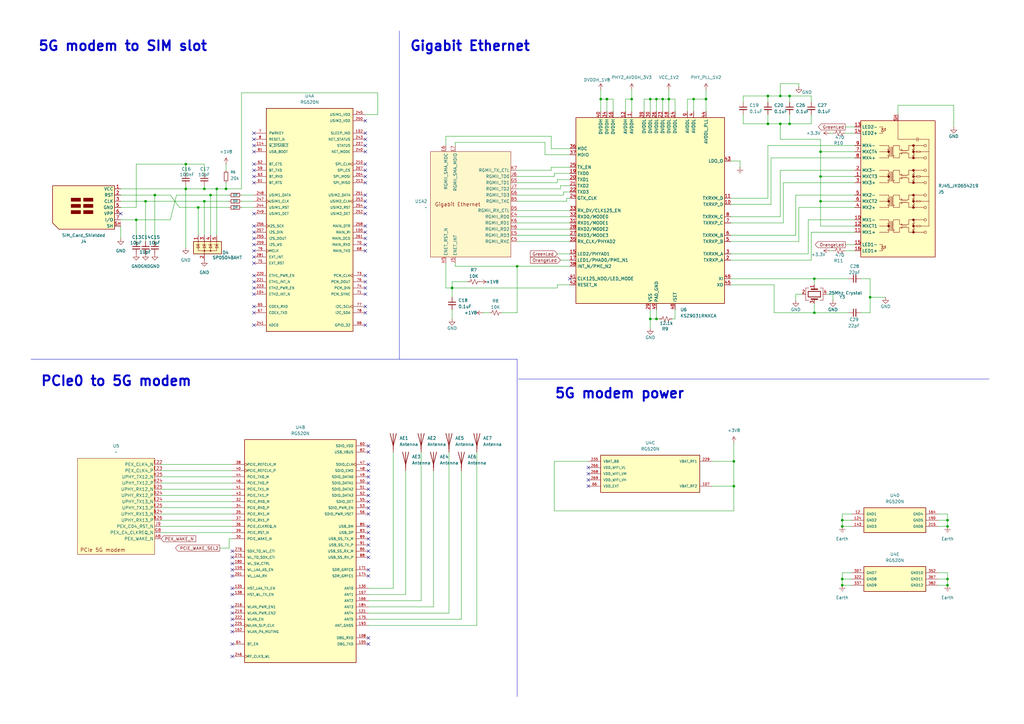
<source format=kicad_sch>
(kicad_sch (version 20250114) (generator "eeschema") (generator_version "9.0")
  (paper "A3")
  (lib_symbols
    (symbol "Connector:RJ45_JK0654219"
      (property "Reference" "J" (at -15.24 29.21 0))
      (property "Value" "RJ45_JK0654219" (at 10.16 29.21 0))
      (symbol "RJ45_JK0654219_1_1"
        (pin passive line (at -17.78 25.4 0) (length 2.54) (name "LED1+") (number "16"))
        (pin passive line (at -17.78 22.86 0) (length 2.54) (name "LED1-") (number "15"))
        (pin passive line (at -17.78 17.78 0) (length 2.54) (name "MX1+") (number "11"))
        (pin passive line (at -17.78 15.24 0) (length 2.54) (name "MXCT1") (number "12"))
        (pin passive line (at -17.78 12.7 0) (length 2.54) (name "MX1-") (number "10"))
        (pin passive line (at -17.78 7.62 0) (length 2.54) (name "MX2+") (number "4"))
        (pin passive line (at -17.78 5.08 0) (length 2.54) (name "MXCT2") (number "6"))
        (pin passive line (at -17.78 2.54 0) (length 2.54) (name "MX2-") (number "5"))
        (pin passive line (at -17.78 -2.54 0) (length 2.54) (name "MX3+") (number "3"))
        (pin passive line (at -17.78 -5.08 0) (length 2.54) (name "MXCT3") (number "1"))
        (pin passive line (at -17.78 -7.62 0) (length 2.54) (name "MX3-") (number "2"))
        (pin passive line (at -17.78 -12.7 0) (length 2.54) (name "MX4+") (number "8"))
        (pin passive line (at -17.78 -15.24 0) (length 2.54) (name "MXCT4") (number "7"))
        (pin passive line (at -17.78 -17.78 0) (length 2.54) (name "MX4-") (number "9"))
        (pin passive line (at -17.78 -22.86 0) (length 2.54) (name "LED2+") (number "14"))
        (pin passive line (at -17.78 -25.4 0) (length 2.54) (name "LED2-") (number "13"))
        (pin passive line (at 0 -30.48 90) (length 2.54) (name "~") (number "SH"))
      )
    )
    (symbol "Connector:SIM_Card_Shielded"
      (property "Reference" "J" (at -2.54 12.7 0))
      (property "Value" "SIM_Card_Shielded" (at -1.27 10.16 0))
      (symbol "SIM_Card_Shielded_1_1"
        (pin power_in line (at -12.7 7.62 0) (length 2.54) (name "VCC") (number "1"))
        (pin input line (at -12.7 5.08 0) (length 2.54) (name "RST") (number "2"))
        (pin input line (at -12.7 2.54 0) (length 2.54) (name "CLK") (number "3"))
        (pin power_in line (at -12.7 0 0) (length 2.54) (name "GND") (number "5"))
        (pin input line (at -12.7 -2.54 0) (length 2.54) (name "VPP") (number "6"))
        (pin bidirectional line (at -12.7 -5.08 0) (length 2.54) (name "I/O") (number "7"))
        (pin passive line (at -12.7 -7.62 0) (length 2.54) (name "SH") (number "SH"))
      )
    )
    (symbol "Device:Antenna" (pin_numbers (hide yes)) (pin_names (offset 1.016) (hide yes))
      (property "Reference" "AE" (at -1.905 1.905 0))
      (property "Value" "Antenna" (at -1.905 0 0))
      (symbol "Antenna_1_1"
        (pin input line (at 0 -5.08 90) (length 2.54) (name "A") (number "1"))
      )
    )
    (symbol "Device:C_Small" (pin_numbers (hide yes)) (pin_names (offset 0.254) (hide yes))
      (property "Reference" "C" (at 0.254 1.778 0))
      (property "Value" "C_Small" (at 0.254 -2.032 0))
      (symbol "C_Small_1_1"
        (pin passive line (at 0 2.54 270) (length 2.032) (name "~") (number "1"))
        (pin passive line (at 0 -2.54 90) (length 2.032) (name "~") (number "2"))
      )
    )
    (symbol "Device:Crystal_GND24" (pin_names (offset 1.016) (hide yes))
      (property "Reference" "Y" (at 3.175 5.08 0))
      (property "Value" "Crystal_GND24" (at 3.175 3.175 0))
      (symbol "Crystal_GND24_1_1"
        (pin passive line (at -3.81 0 0) (length 1.27) (name "1") (number "1"))
        (pin passive line (at 0 5.08 270) (length 1.27) (name "2") (number "2"))
        (pin passive line (at 0 -5.08 90) (length 1.27) (name "4") (number "4"))
        (pin passive line (at 3.81 0 180) (length 1.27) (name "3") (number "3"))
      )
    )
    (symbol "Device:R_Small" (pin_numbers (hide yes)) (pin_names (offset 0.254) (hide yes))
      (property "Reference" "R" (at 0 0 90))
      (property "Value" "R_Small" (at 1.778 0 90))
      (symbol "R_Small_1_1"
        (pin passive line (at 0 2.54 270) (length 0.762) (name "~") (number "1"))
        (pin passive line (at 0 -2.54 90) (length 0.762) (name "~") (number "2"))
      )
    )
    (symbol "Device:R_Small_US" (pin_numbers (hide yes)) (pin_names (offset 0.254) (hide yes))
      (property "Reference" "R" (at 0.762 0.508 0))
      (property "Value" "R_Small_US" (at 0.762 -1.016 0))
      (symbol "R_Small_US_1_1"
        (pin passive line (at 0 2.54 270) (length 1.016) (name "~") (number "1"))
        (pin passive line (at 0 -2.54 90) (length 1.016) (name "~") (number "2"))
      )
    )
    (symbol "Interface_Ethernet:KSZ9031RNXCA"
      (property "Reference" "U" (at -26.67 39.37 0))
      (property "Value" "KSZ9031RNXCA" (at 39.37 39.37 0))
      (symbol "KSZ9031RNXCA_1_1"
        (pin input line (at -33.02 25.4 0) (length 2.54) (name "MDC") (number "36"))
        (pin input line (at -33.02 22.86 0) (length 2.54) (name "MDIO") (number "37"))
        (pin input line (at -33.02 17.78 0) (length 2.54) (name "TX_EN") (number "25"))
        (pin input line (at -33.02 15.24 0) (length 2.54) (name "TXD0") (number "19"))
        (pin input line (at -33.02 12.7 0) (length 2.54) (name "TXD1") (number "20"))
        (pin input line (at -33.02 10.16 0) (length 2.54) (name "TXD2") (number "21"))
        (pin input line (at -33.02 7.62 0) (length 2.54) (name "TXD3") (number "22"))
        (pin input line (at -33.02 5.08 0) (length 2.54) (name "GTX_CLK") (number "24"))
        (pin input line (at -33.02 0 0) (length 2.54) (name "RX_DV/CLK125_EN") (number "33"))
        (pin input line (at -33.02 -2.54 0) (length 2.54) (name "RXD0/MODE0") (number "32"))
        (pin input line (at -33.02 -5.08 0) (length 2.54) (name "RXD1/MODE1") (number "31"))
        (pin input line (at -33.02 -7.62 0) (length 2.54) (name "RXD2/MODE2") (number "28"))
        (pin input line (at -33.02 -10.16 0) (length 2.54) (name "RXD3/MODE3") (number "27"))
        (pin input line (at -33.02 -12.7 0) (length 2.54) (name "RX_CLK/PHYAD2") (number "35"))
        (pin bidirectional line (at -33.02 -17.78 0) (length 2.54) (name "LED2/PHYAD1") (number "15"))
        (pin bidirectional line (at -33.02 -20.32 0) (length 2.54) (name "LED1/PHAD0/PME_N1") (number "17"))
        (pin input line (at -33.02 -22.86 0) (length 2.54) (name "INT_N/PME_N2") (number "38"))
        (pin input line (at -33.02 -27.94 0) (length 2.54) (name "CLK125_NDO/LED_MODE") (number "41"))
        (pin input line (at -33.02 -30.48 0) (length 2.54) (name "RESET_N") (number "42"))
        (pin power_in line (at -20.32 40.64 270) (length 2.54) (name "DVDDH") (number "40"))
        (pin power_in line (at -17.78 40.64 270) (length 2.54) (name "DVDDH") (number "34"))
        (pin power_in line (at -15.24 40.64 270) (length 2.54) (name "DVDDH") (number "16"))
        (pin power_in line (at -10.16 40.64 270) (length 2.54) (name "AVDDH") (number "12"))
        (pin power_in line (at -7.62 40.64 270) (length 2.54) (name "AVDDH") (number "1"))
        (pin power_in line (at -2.54 40.64 270) (length 2.54) (name "DVDDL") (number "39"))
        (pin power_in line (at 0 40.64 270) (length 2.54) (name "DVDDL") (number "30"))
        (pin power_in line (at 0 -40.64 90) (length 2.54) (name "VSS") (number "29"))
        (pin power_in line (at 2.54 40.64 270) (length 2.54) (name "DVDDL") (number "26"))
        (pin power_in line (at 2.54 -40.64 90) (length 2.54) (name "PAD_GND") (number "49"))
        (pin power_in line (at 5.08 40.64 270) (length 2.54) (name "DVDDL") (number "23"))
        (pin power_in line (at 7.62 40.64 270) (length 2.54) (name "DVDDL") (number "18"))
        (pin power_in line (at 10.16 40.64 270) (length 2.54) (name "DVDDL") (number "14"))
        (pin output line (at 10.16 -40.64 90) (length 2.54) (name "ISET") (number "48"))
        (pin power_in line (at 15.24 40.64 270) (length 2.54) (name "AVDDL") (number "9"))
        (pin power_in line (at 17.78 40.64 270) (length 2.54) (name "AVDDL") (number "4"))
        (pin power_in line (at 22.86 40.64 270) (length 2.54) (name "AVDDL_PLL") (number "44"))
        (pin no_connect line (at 30.48 12.7 180) (length 2.54) (hide yes) (name "NC") (number "13"))
        (pin no_connect line (at 30.48 10.16 180) (length 2.54) (hide yes) (name "NC") (number "47"))
        (pin input line (at 33.02 20.32 180) (length 2.54) (name "LDO_O") (number "43"))
        (pin input line (at 33.02 5.08 180) (length 2.54) (name "TXRXM_D") (number "11"))
        (pin input line (at 33.02 2.54 180) (length 2.54) (name "TXRXP_D") (number "10"))
        (pin input line (at 33.02 -2.54 180) (length 2.54) (name "TXRXM_C") (number "8"))
        (pin input line (at 33.02 -5.08 180) (length 2.54) (name "TXRXP_C") (number "7"))
        (pin input line (at 33.02 -10.16 180) (length 2.54) (name "TXRXM_B") (number "6"))
        (pin input line (at 33.02 -12.7 180) (length 2.54) (name "TXRXP_B") (number "5"))
        (pin input line (at 33.02 -17.78 180) (length 2.54) (name "TXRXM_A") (number "3"))
        (pin input line (at 33.02 -20.32 180) (length 2.54) (name "TXRXP_A") (number "2"))
        (pin input line (at 33.02 -27.94 180) (length 2.54) (name "XI") (number "46"))
        (pin input line (at 33.02 -30.48 180) (length 2.54) (name "XO") (number "45"))
      )
    )
    (symbol "Jetson_orin:_D"
      (property "Reference" "U" (at -0.254 31.75 0))
      (symbol "_D_1_0"
        (pin output line (at 19.05 27.94 180) (length 2.54) (name "PEX_CLK4_N") (number "E22"))
        (pin output line (at 19.05 25.4 180) (length 2.54) (name "PEX_CLK4_P") (number "E23"))
        (pin input line (at 19.05 22.86 180) (length 2.54) (name "UPHY_TX12_N") (number "H25"))
        (pin input line (at 19.05 20.32 180) (length 2.54) (name "UPHY_TX12_P") (number "H24"))
        (pin output line (at 19.05 17.78 180) (length 2.54) (name "UPHY_RX12_N") (number "D25"))
        (pin output line (at 19.05 15.24 180) (length 2.54) (name "UPHY_RX12_P") (number "D24"))
        (pin output line (at 19.05 12.7 180) (length 2.54) (name "UPHY_TX13_N") (number "K24"))
        (pin output line (at 19.05 10.16 180) (length 2.54) (name "UPHY_TX13_P") (number "K25"))
        (pin input line (at 19.05 7.62 180) (length 2.54) (name "UPHY_RX13_N") (number "B24"))
        (pin input line (at 19.05 5.08 180) (length 2.54) (name "UPHY_RX13_P") (number "B26"))
        (pin output line (at 19.05 2.54 180) (length 2.54) (name "PEX_C04_RST_N") (number "J9"))
        (pin bidirectional line (at 19.05 0 180) (length 2.54) (name "PEX_C4_CLKREQ_N") (number "G8"))
        (pin input line (at 19.05 -2.54 180) (length 2.54) (name "PEX_WAKE_N") (number "A8"))
      )
      (symbol "_D_1_1"
        (text "PCIe 5G modem" (at -4.826 -7.112 0) (effects (font (size 1.524 1.524))))
      )
    )
    (symbol "Power_Protection:SP0504BAHT" (pin_names (hide yes))
      (property "Reference" "D" (at 7.62 2.54 0))
      (property "Value" "SP0504BAHT" (at 7.62 0.635 0))
      (symbol "SP0504BAHT_0_0"
        (pin passive line (at 0 -5.08 90) (length 2.54) (name "A") (number "2"))
      )
      (symbol "SP0504BAHT_1_1"
        (pin passive line (at -2.54 5.08 270) (length 2.54) (name "K") (number "1"))
        (pin passive line (at 0 5.08 270) (length 2.54) (name "K") (number "3"))
        (pin passive line (at 2.54 5.08 270) (length 2.54) (name "K") (number "4"))
        (pin passive line (at 5.08 5.08 270) (length 2.54) (name "K") (number "5"))
      )
    )
    (symbol "RG520N:RG520N" (pin_names (offset 1.016))
      (property "Reference" "U" (at -17.78 46.99 0))
      (property "Value" "RG520N" (at -17.78 -48.26 0))
      (symbol "RG520N_1_0"
        (pin input line (at -22.86 35.56 0) (length 5.08) (name "PWRKEY") (number "7"))
        (pin input line (at -22.86 33.02 0) (length 5.08) (name "RESET_N") (number "8"))
        (pin input line (at -22.86 30.48 0) (length 5.08) (name "~{W_DISABLE}") (number "114"))
        (pin input line (at -22.86 27.94 0) (length 5.08) (name "USB_BOOT") (number "81"))
        (pin output line (at -22.86 22.86 0) (length 5.08) (name "BT_CTS") (number "62"))
        (pin output line (at -22.86 20.32 0) (length 5.08) (name "BT_TXD") (number "59"))
        (pin input line (at -22.86 17.78 0) (length 5.08) (name "BT_RXD") (number "63"))
        (pin input line (at -22.86 15.24 0) (length 5.08) (name "BT_RTS") (number "61"))
        (pin bidirectional line (at -22.86 10.16 0) (length 5.08) (name "USIM1_DATA") (number "248"))
        (pin output clock (at -22.86 7.62 0) (length 5.08) (name "USIM1_CLK") (number "247"))
        (pin output line (at -22.86 5.08 0) (length 5.08) (name "USIM1_RST") (number "244"))
        (pin input line (at -22.86 2.54 0) (length 5.08) (name "USIM1_DET") (number "249"))
        (pin input clock (at -22.86 -2.54 0) (length 5.08) (name "I2S_SCK") (number "256"))
        (pin input line (at -22.86 -5.08 0) (length 5.08) (name "I2S_DIN") (number "257"))
        (pin output line (at -22.86 -7.62 0) (length 5.08) (name "I2S_DOUT") (number "255"))
        (pin output line (at -22.86 -10.16 0) (length 5.08) (name "I2S_WS") (number "259"))
        (pin output clock (at -22.86 -12.7 0) (length 5.08) (name "MCLK") (number "79"))
        (pin output line (at -22.86 -15.24 0) (length 5.08) (name "EXT_INT") (number "281"))
        (pin input line (at -22.86 -17.78 0) (length 5.08) (name "EXT_RST") (number "75"))
        (pin input line (at -22.86 -22.86 0) (length 5.08) (name "ETH1_PWR_EN") (number "220"))
        (pin output line (at -22.86 -25.4 0) (length 5.08) (name "ETH1_INT_N") (number "221"))
        (pin input line (at -22.86 -27.94 0) (length 5.08) (name "ETH2_PWR_EN") (number "223"))
        (pin output line (at -22.86 -30.48 0) (length 5.08) (name "ETH2_INT_N") (number "104"))
        (pin input line (at -22.86 -35.56 0) (length 5.08) (name "COEX_RXD") (number "65"))
        (pin output line (at -22.86 -38.1 0) (length 5.08) (name "COEX_TXD") (number "67"))
        (pin input line (at -22.86 -43.18 0) (length 5.08) (name "ADC0") (number "241"))
        (pin power_in line (at 22.86 43.18 180) (length 5.08) (name "USIM1_VDD") (number "245"))
        (pin power_in line (at 22.86 40.64 180) (length 5.08) (name "USIM2_VDD") (number "250"))
        (pin output line (at 22.86 35.56 180) (length 5.08) (name "SLEEP_IND") (number "102"))
        (pin output line (at 22.86 33.02 180) (length 5.08) (name "NET_STATUS") (number "243"))
        (pin output line (at 22.86 30.48 180) (length 5.08) (name "STATUS") (number "237"))
        (pin output line (at 22.86 27.94 180) (length 5.08) (name "NET_MODE") (number "240"))
        (pin output clock (at 22.86 22.86 180) (length 5.08) (name "SPI_CLK") (number "210"))
        (pin output line (at 22.86 20.32 180) (length 5.08) (name "SPI_CS") (number "207"))
        (pin output line (at 22.86 17.78 180) (length 5.08) (name "SPI_MOSI") (number "204"))
        (pin input line (at 22.86 15.24 180) (length 5.08) (name "SPI_MISO") (number "213"))
        (pin bidirectional line (at 22.86 10.16 180) (length 5.08) (name "USIM2_DATA") (number "251"))
        (pin output clock (at 22.86 7.62 180) (length 5.08) (name "USIM2_CLK") (number "253"))
        (pin output line (at 22.86 5.08 180) (length 5.08) (name "USIM2_RST") (number "254"))
        (pin input line (at 22.86 2.54 180) (length 5.08) (name "USIM2_DET") (number "252"))
        (pin output line (at 22.86 -2.54 180) (length 5.08) (name "MAIN_DTR") (number "258"))
        (pin output line (at 22.86 -5.08 180) (length 5.08) (name "MAIN_RI") (number "100"))
        (pin input line (at 22.86 -7.62 180) (length 5.08) (name "MAIN_DCD") (number "261"))
        (pin input line (at 22.86 -10.16 180) (length 5.08) (name "MAIN_RXD") (number "70"))
        (pin output line (at 22.86 -12.7 180) (length 5.08) (name "MAIN_TXD") (number "68"))
        (pin input clock (at 22.86 -22.86 180) (length 5.08) (name "PCM_CLK") (number "73"))
        (pin output line (at 22.86 -25.4 180) (length 5.08) (name "PCM_DOUT") (number "76"))
        (pin input line (at 22.86 -27.94 180) (length 5.08) (name "PCM_DIN") (number "74"))
        (pin output line (at 22.86 -30.48 180) (length 5.08) (name "PCM_SYNC") (number "71"))
        (pin input clock (at 22.86 -35.56 180) (length 5.08) (name "I2C_SCL") (number "77"))
        (pin bidirectional line (at 22.86 -38.1 180) (length 5.08) (name "I2C_SDA") (number "78"))
        (pin bidirectional line (at 22.86 -43.18 180) (length 5.08) (name "GPIO_32") (number "98"))
      )
      (symbol "RG520N_2_0"
        (pin output clock (at -27.94 35.56 0) (length 5.08) (name "PCIE_REFCLK_M") (number "38"))
        (pin output clock (at -27.94 33.02 0) (length 5.08) (name "PCIE_REFCLK_P") (number "40"))
        (pin output line (at -27.94 30.48 0) (length 5.08) (name "PCIE_TX0_M") (number "44"))
        (pin output line (at -27.94 27.94 0) (length 5.08) (name "PCIE_TX0_P") (number "46"))
        (pin output line (at -27.94 25.4 0) (length 5.08) (name "PCIE_TX1_M") (number "41"))
        (pin output line (at -27.94 22.86 0) (length 5.08) (name "PCIE_TX1_P") (number "43"))
        (pin input line (at -27.94 20.32 0) (length 5.08) (name "PCIE_RX0_M") (number "32"))
        (pin input line (at -27.94 17.78 0) (length 5.08) (name "PCIE_RX0_P") (number "34"))
        (pin input line (at -27.94 15.24 0) (length 5.08) (name "PCIE_RX1_M") (number "35"))
        (pin input line (at -27.94 12.7 0) (length 5.08) (name "PCIE_RX1_P") (number "37"))
        (pin input line (at -27.94 10.16 0) (length 5.08) (name "PCIE_CLKREQ_N") (number "36"))
        (pin output line (at -27.94 7.62 0) (length 5.08) (name "PCIE_RST_N") (number "39"))
        (pin input line (at -27.94 5.08 0) (length 5.08) (name "PCIE_WAKE_N") (number "30"))
        (pin passive line (at -27.94 0 0) (length 5.08) (name "SDX_TO_WL_CTI") (number "276"))
        (pin passive line (at -27.94 -2.54 0) (length 5.08) (name "WL_TO_SDX_CTI") (number "275"))
        (pin input line (at -27.94 -5.08 0) (length 5.08) (name "WL_SW_CTRL") (number "180"))
        (pin input line (at -27.94 -7.62 0) (length 5.08) (name "WL_LAA_AS_EN") (number "159"))
        (pin input line (at -27.94 -10.16 0) (length 5.08) (name "WL_LAA_RX") (number "201"))
        (pin input line (at -27.94 -15.24 0) (length 5.08) (name "HST_LAA_TX_EN") (number "135"))
        (pin input line (at -27.94 -17.78 0) (length 5.08) (name "HST_WL_TX_EN") (number "138"))
        (pin input line (at -27.94 -22.86 0) (length 5.08) (name "WLAN_PWR_EN1") (number "216"))
        (pin input line (at -27.94 -25.4 0) (length 5.08) (name "WLAN_PWR_EN2") (number "219"))
        (pin input line (at -27.94 -27.94 0) (length 5.08) (name "WLAN_EN") (number "222"))
        (pin input clock (at -27.94 -30.48 0) (length 5.08) (name "WLAN_SLP_CLK") (number "225"))
        (pin passive line (at -27.94 -33.02 0) (length 5.08) (name "WLAN_PA_MUTING") (number "162"))
        (pin input line (at -27.94 -38.1 0) (length 5.08) (name "BT_EN") (number "64"))
        (pin input clock (at -27.94 -43.18 0) (length 5.08) (name "RF_CLK3_WL") (number "246"))
        (pin power_in line (at 27.94 43.18 180) (length 5.08) (name "SDIO_VDD") (number "60"))
        (pin power_in line (at 27.94 40.64 180) (length 5.08) (name "USB_VBUS") (number "82"))
        (pin output clock (at 27.94 35.56 180) (length 5.08) (name "SDIO_CLK") (number "47"))
        (pin bidirectional line (at 27.94 33.02 180) (length 5.08) (name "SDIO_CMD") (number "48"))
        (pin bidirectional line (at 27.94 30.48 180) (length 5.08) (name "SDIO_DATA0") (number "49"))
        (pin bidirectional line (at 27.94 27.94 180) (length 5.08) (name "SDIO_DATA1") (number "50"))
        (pin bidirectional line (at 27.94 25.4 180) (length 5.08) (name "SDIO_DATA2") (number "51"))
        (pin bidirectional line (at 27.94 22.86 180) (length 5.08) (name "SDIO_DATA3") (number "52"))
        (pin input line (at 27.94 20.32 180) (length 5.08) (name "SDIO_DET") (number "55"))
        (pin input line (at 27.94 17.78 180) (length 5.08) (name "SDIO_PWR_EN") (number "53"))
        (pin input line (at 27.94 15.24 180) (length 5.08) (name "SDIO_PWR_VSET") (number "56"))
        (pin bidirectional line (at 27.94 10.16 180) (length 5.08) (name "USB_DM") (number "85"))
        (pin bidirectional line (at 27.94 7.62 180) (length 5.08) (name "USB_DP") (number "83"))
        (pin output line (at 27.94 5.08 180) (length 5.08) (name "USB_SS_TX_M") (number "89"))
        (pin output line (at 27.94 2.54 180) (length 5.08) (name "USB_SS_TX_P") (number "91"))
        (pin input line (at 27.94 0 180) (length 5.08) (name "USB_SS_RX_M") (number "86"))
        (pin input line (at 27.94 -2.54 180) (length 5.08) (name "USB_SS_RX_P") (number "88"))
        (pin passive line (at 27.94 -7.62 180) (length 5.08) (name "SDR_GRFC0") (number "171"))
        (pin passive line (at 27.94 -10.16 180) (length 5.08) (name "SDR_GRFC1") (number "174"))
        (pin bidirectional line (at 27.94 -15.24 180) (length 5.08) (name "ANT0") (number "130"))
        (pin bidirectional line (at 27.94 -17.78 180) (length 5.08) (name "ANT1") (number "157"))
        (pin input line (at 27.94 -20.32 180) (length 5.08) (name "ANT2") (number "166"))
        (pin input line (at 27.94 -22.86 180) (length 5.08) (name "ANT3") (number "184"))
        (pin input line (at 27.94 -25.4 180) (length 5.08) (name "ANT4") (number "121"))
        (pin input line (at 27.94 -27.94 180) (length 5.08) (name "ANT5") (number "175"))
        (pin input line (at 27.94 -30.48 180) (length 5.08) (name "ANT_GNSS") (number "193"))
        (pin input line (at 27.94 -35.56 180) (length 5.08) (name "DBG_RXD") (number "108"))
        (pin output line (at 27.94 -38.1 180) (length 5.08) (name "DBG_TXD") (number "105"))
      )
      (symbol "RG520N_3_0"
        (pin power_in line (at -25.4 5.08 0) (length 5.08) (name "VBAT_BB") (number "235"))
        (pin power_in line (at -25.4 5.08 0) (length 5.08) (hide yes) (name "VBAT_BB") (number "236"))
        (pin power_in line (at -25.4 5.08 0) (length 5.08) (hide yes) (name "VBAT_BB") (number "238"))
        (pin power_in line (at -25.4 2.54 0) (length 5.08) (name "VDD_WIFI_VL") (number "266"))
        (pin power_in line (at -25.4 2.54 0) (length 5.08) (hide yes) (name "VDD_WIFI_VL") (number "267"))
        (pin power_in line (at -25.4 0 0) (length 5.08) (name "VDD_WIFI_VM") (number "268"))
        (pin power_in line (at -25.4 -2.54 0) (length 5.08) (name "VDD_WIFI_VH") (number "269"))
        (pin power_in line (at -25.4 -5.08 0) (length 5.08) (name "VDD_EXT") (number "66"))
        (pin power_in line (at 25.4 5.08 180) (length 5.08) (name "VBAT_RF1") (number "229"))
        (pin power_in line (at 25.4 5.08 180) (length 5.08) (hide yes) (name "VBAT_RF1") (number "230"))
        (pin power_in line (at 25.4 5.08 180) (length 5.08) (hide yes) (name "VBAT_RF1") (number "232"))
        (pin power_in line (at 25.4 5.08 180) (length 5.08) (hide yes) (name "VBAT_RF1") (number "233"))
        (pin power_in line (at 25.4 -5.08 180) (length 5.08) (name "VBAT_RF2") (number "107"))
        (pin power_in line (at 25.4 -5.08 180) (length 5.08) (hide yes) (name "VBAT_RF2") (number "109"))
        (pin power_in line (at 25.4 -5.08 180) (length 5.08) (hide yes) (name "VBAT_RF2") (number "110"))
        (pin power_in line (at 25.4 -5.08 180) (length 5.08) (hide yes) (name "VBAT_RF2") (number "112"))
      )
      (symbol "RG520N_4_0"
        (pin power_in line (at -17.78 2.54 0) (length 5.08) (hide yes) (name "GND1") (number "113"))
        (pin power_in line (at -17.78 2.54 0) (length 5.08) (hide yes) (name "GND1") (number "115"))
        (pin power_in line (at -17.78 2.54 0) (length 5.08) (hide yes) (name "GND1") (number "116"))
        (pin power_in line (at -17.78 2.54 0) (length 5.08) (hide yes) (name "GND1") (number "118"))
        (pin power_in line (at -17.78 2.54 0) (length 5.08) (hide yes) (name "GND1") (number "119"))
        (pin power_in line (at -17.78 2.54 0) (length 5.08) (name "GND1") (number "12"))
        (pin power_in line (at -17.78 2.54 0) (length 5.08) (hide yes) (name "GND1") (number "122"))
        (pin power_in line (at -17.78 2.54 0) (length 5.08) (hide yes) (name "GND1") (number "123"))
        (pin power_in line (at -17.78 2.54 0) (length 5.08) (hide yes) (name "GND1") (number "18"))
        (pin power_in line (at -17.78 2.54 0) (length 5.08) (hide yes) (name "GND1") (number "26"))
        (pin power_in line (at -17.78 2.54 0) (length 5.08) (hide yes) (name "GND1") (number "33"))
        (pin power_in line (at -17.78 2.54 0) (length 5.08) (hide yes) (name "GND1") (number "42"))
        (pin power_in line (at -17.78 2.54 0) (length 5.08) (hide yes) (name "GND1") (number "84"))
        (pin power_in line (at -17.78 2.54 0) (length 5.08) (hide yes) (name "GND1") (number "90"))
        (pin power_in line (at -17.78 2.54 0) (length 5.08) (hide yes) (name "GND1") (number "96"))
        (pin power_in line (at -17.78 0 0) (length 5.08) (name "GND2") (number "124"))
        (pin power_in line (at -17.78 0 0) (length 5.08) (hide yes) (name "GND2") (number "125"))
        (pin power_in line (at -17.78 0 0) (length 5.08) (hide yes) (name "GND2") (number "126"))
        (pin power_in line (at -17.78 0 0) (length 5.08) (hide yes) (name "GND2") (number "127"))
        (pin power_in line (at -17.78 0 0) (length 5.08) (hide yes) (name "GND2") (number "128"))
        (pin power_in line (at -17.78 0 0) (length 5.08) (hide yes) (name "GND2") (number "129"))
        (pin power_in line (at -17.78 0 0) (length 5.08) (hide yes) (name "GND2") (number "131"))
        (pin power_in line (at -17.78 0 0) (length 5.08) (hide yes) (name "GND2") (number "132"))
        (pin power_in line (at -17.78 0 0) (length 5.08) (hide yes) (name "GND2") (number "133"))
        (pin power_in line (at -17.78 0 0) (length 5.08) (hide yes) (name "GND2") (number "134"))
        (pin power_in line (at -17.78 0 0) (length 5.08) (hide yes) (name "GND2") (number "136"))
        (pin power_in line (at -17.78 0 0) (length 5.08) (hide yes) (name "GND2") (number "137"))
        (pin power_in line (at -17.78 0 0) (length 5.08) (hide yes) (name "GND2") (number "140"))
        (pin power_in line (at -17.78 0 0) (length 5.08) (hide yes) (name "GND2") (number "141"))
        (pin power_in line (at -17.78 0 0) (length 5.08) (hide yes) (name "GND2") (number "142"))
        (pin power_in line (at -17.78 -2.54 0) (length 5.08) (name "GND3") (number "143"))
        (pin power_in line (at -17.78 -2.54 0) (length 5.08) (hide yes) (name "GND3") (number "144"))
        (pin power_in line (at -17.78 -2.54 0) (length 5.08) (hide yes) (name "GND3") (number "145"))
        (pin power_in line (at -17.78 -2.54 0) (length 5.08) (hide yes) (name "GND3") (number "146"))
        (pin power_in line (at -17.78 -2.54 0) (length 5.08) (hide yes) (name "GND3") (number "147"))
        (pin power_in line (at -17.78 -2.54 0) (length 5.08) (hide yes) (name "GND3") (number "149"))
        (pin power_in line (at -17.78 -2.54 0) (length 5.08) (hide yes) (name "GND3") (number "151"))
        (pin power_in line (at -17.78 -2.54 0) (length 5.08) (hide yes) (name "GND3") (number "152"))
        (pin power_in line (at -17.78 -2.54 0) (length 5.08) (hide yes) (name "GND3") (number "154"))
        (pin power_in line (at -17.78 -2.54 0) (length 5.08) (hide yes) (name "GND3") (number "155"))
        (pin power_in line (at -17.78 -2.54 0) (length 5.08) (hide yes) (name "GND3") (number "156"))
        (pin power_in line (at -17.78 -2.54 0) (length 5.08) (hide yes) (name "GND3") (number "158"))
        (pin power_in line (at -17.78 -2.54 0) (length 5.08) (hide yes) (name "GND3") (number "160"))
        (pin power_in line (at -17.78 -2.54 0) (length 5.08) (hide yes) (name "GND3") (number "161"))
        (pin power_in line (at -17.78 -2.54 0) (length 5.08) (hide yes) (name "GND3") (number "163"))
        (pin power_in line (at 17.78 2.54 180) (length 5.08) (name "GND4") (number "164"))
        (pin power_in line (at 17.78 2.54 180) (length 5.08) (hide yes) (name "GND4") (number "167"))
        (pin power_in line (at 17.78 2.54 180) (length 5.08) (hide yes) (name "GND4") (number "168"))
        (pin power_in line (at 17.78 2.54 180) (length 5.08) (hide yes) (name "GND4") (number "169"))
        (pin power_in line (at 17.78 2.54 180) (length 5.08) (hide yes) (name "GND4") (number "170"))
        (pin power_in line (at 17.78 2.54 180) (length 5.08) (hide yes) (name "GND4") (number "172"))
        (pin power_in line (at 17.78 2.54 180) (length 5.08) (hide yes) (name "GND4") (number "173"))
        (pin power_in line (at 17.78 2.54 180) (length 5.08) (hide yes) (name "GND4") (number "176"))
        (pin power_in line (at 17.78 2.54 180) (length 5.08) (hide yes) (name "GND4") (number "178"))
        (pin power_in line (at 17.78 2.54 180) (length 5.08) (hide yes) (name "GND4") (number "179"))
        (pin power_in line (at 17.78 2.54 180) (length 5.08) (hide yes) (name "GND4") (number "181"))
        (pin power_in line (at 17.78 2.54 180) (length 5.08) (hide yes) (name "GND4") (number "182"))
        (pin power_in line (at 17.78 2.54 180) (length 5.08) (hide yes) (name "GND4") (number "185"))
        (pin power_in line (at 17.78 2.54 180) (length 5.08) (hide yes) (name "GND4") (number "187"))
        (pin power_in line (at 17.78 2.54 180) (length 5.08) (hide yes) (name "GND4") (number "188"))
        (pin power_in line (at 17.78 0 180) (length 5.08) (name "GND5") (number "190"))
        (pin power_in line (at 17.78 0 180) (length 5.08) (hide yes) (name "GND5") (number "191"))
        (pin power_in line (at 17.78 0 180) (length 5.08) (hide yes) (name "GND5") (number "194"))
        (pin power_in line (at 17.78 0 180) (length 5.08) (hide yes) (name "GND5") (number "195"))
        (pin power_in line (at 17.78 0 180) (length 5.08) (hide yes) (name "GND5") (number "196"))
        (pin power_in line (at 17.78 0 180) (length 5.08) (hide yes) (name "GND5") (number "197"))
        (pin power_in line (at 17.78 0 180) (length 5.08) (hide yes) (name "GND5") (number "200"))
        (pin power_in line (at 17.78 0 180) (length 5.08) (hide yes) (name "GND5") (number "202"))
        (pin power_in line (at 17.78 0 180) (length 5.08) (hide yes) (name "GND5") (number "203"))
        (pin power_in line (at 17.78 0 180) (length 5.08) (hide yes) (name "GND5") (number "205"))
        (pin power_in line (at 17.78 0 180) (length 5.08) (hide yes) (name "GND5") (number "206"))
        (pin power_in line (at 17.78 0 180) (length 5.08) (hide yes) (name "GND5") (number "209"))
        (pin power_in line (at 17.78 0 180) (length 5.08) (hide yes) (name "GND5") (number "211"))
        (pin power_in line (at 17.78 0 180) (length 5.08) (hide yes) (name "GND5") (number "212"))
        (pin power_in line (at 17.78 0 180) (length 5.08) (hide yes) (name "GND5") (number "214"))
        (pin power_in line (at 17.78 -2.54 180) (length 5.08) (name "GND6") (number "215"))
        (pin power_in line (at 17.78 -2.54 180) (length 5.08) (hide yes) (name "GND6") (number "224"))
        (pin power_in line (at 17.78 -2.54 180) (length 5.08) (hide yes) (name "GND6") (number "226"))
        (pin power_in line (at 17.78 -2.54 180) (length 5.08) (hide yes) (name "GND6") (number "227"))
        (pin power_in line (at 17.78 -2.54 180) (length 5.08) (hide yes) (name "GND6") (number "228"))
        (pin power_in line (at 17.78 -2.54 180) (length 5.08) (hide yes) (name "GND6") (number "231"))
        (pin power_in line (at 17.78 -2.54 180) (length 5.08) (hide yes) (name "GND6") (number "234"))
        (pin power_in line (at 17.78 -2.54 180) (length 5.08) (hide yes) (name "GND6") (number "299"))
        (pin power_in line (at 17.78 -2.54 180) (length 5.08) (hide yes) (name "GND6") (number "300"))
        (pin power_in line (at 17.78 -2.54 180) (length 5.08) (hide yes) (name "GND6") (number "301"))
        (pin power_in line (at 17.78 -2.54 180) (length 5.08) (hide yes) (name "GND6") (number "302"))
        (pin power_in line (at 17.78 -2.54 180) (length 5.08) (hide yes) (name "GND6") (number "303"))
        (pin power_in line (at 17.78 -2.54 180) (length 5.08) (hide yes) (name "GND6") (number "304"))
        (pin power_in line (at 17.78 -2.54 180) (length 5.08) (hide yes) (name "GND6") (number "305"))
        (pin power_in line (at 17.78 -2.54 180) (length 5.08) (hide yes) (name "GND6") (number "306"))
      )
      (symbol "RG520N_5_0"
        (pin power_in line (at -17.78 2.54 0) (length 5.08) (name "GND7") (number "307"))
        (pin power_in line (at -17.78 2.54 0) (length 5.08) (hide yes) (name "GND7") (number "308"))
        (pin power_in line (at -17.78 2.54 0) (length 5.08) (hide yes) (name "GND7") (number "309"))
        (pin power_in line (at -17.78 2.54 0) (length 5.08) (hide yes) (name "GND7") (number "310"))
        (pin power_in line (at -17.78 2.54 0) (length 5.08) (hide yes) (name "GND7") (number "311"))
        (pin power_in line (at -17.78 2.54 0) (length 5.08) (hide yes) (name "GND7") (number "312"))
        (pin power_in line (at -17.78 2.54 0) (length 5.08) (hide yes) (name "GND7") (number "313"))
        (pin power_in line (at -17.78 2.54 0) (length 5.08) (hide yes) (name "GND7") (number "314"))
        (pin power_in line (at -17.78 2.54 0) (length 5.08) (hide yes) (name "GND7") (number "315"))
        (pin power_in line (at -17.78 2.54 0) (length 5.08) (hide yes) (name "GND7") (number "316"))
        (pin power_in line (at -17.78 2.54 0) (length 5.08) (hide yes) (name "GND7") (number "317"))
        (pin power_in line (at -17.78 2.54 0) (length 5.08) (hide yes) (name "GND7") (number "318"))
        (pin power_in line (at -17.78 2.54 0) (length 5.08) (hide yes) (name "GND7") (number "319"))
        (pin power_in line (at -17.78 2.54 0) (length 5.08) (hide yes) (name "GND7") (number "320"))
        (pin power_in line (at -17.78 2.54 0) (length 5.08) (hide yes) (name "GND7") (number "321"))
        (pin power_in line (at -17.78 0 0) (length 5.08) (name "GND8") (number "322"))
        (pin power_in line (at -17.78 0 0) (length 5.08) (hide yes) (name "GND8") (number "323"))
        (pin power_in line (at -17.78 0 0) (length 5.08) (hide yes) (name "GND8") (number "324"))
        (pin power_in line (at -17.78 0 0) (length 5.08) (hide yes) (name "GND8") (number "325"))
        (pin power_in line (at -17.78 0 0) (length 5.08) (hide yes) (name "GND8") (number "326"))
        (pin power_in line (at -17.78 0 0) (length 5.08) (hide yes) (name "GND8") (number "327"))
        (pin power_in line (at -17.78 0 0) (length 5.08) (hide yes) (name "GND8") (number "328"))
        (pin power_in line (at -17.78 0 0) (length 5.08) (hide yes) (name "GND8") (number "329"))
        (pin power_in line (at -17.78 0 0) (length 5.08) (hide yes) (name "GND8") (number "330"))
        (pin power_in line (at -17.78 0 0) (length 5.08) (hide yes) (name "GND8") (number "331"))
        (pin power_in line (at -17.78 0 0) (length 5.08) (hide yes) (name "GND8") (number "332"))
        (pin power_in line (at -17.78 0 0) (length 5.08) (hide yes) (name "GND8") (number "333"))
        (pin power_in line (at -17.78 0 0) (length 5.08) (hide yes) (name "GND8") (number "334"))
        (pin power_in line (at -17.78 0 0) (length 5.08) (hide yes) (name "GND8") (number "335"))
        (pin power_in line (at -17.78 0 0) (length 5.08) (hide yes) (name "GND8") (number "336"))
        (pin power_in line (at -17.78 -2.54 0) (length 5.08) (name "GND9") (number "337"))
        (pin power_in line (at -17.78 -2.54 0) (length 5.08) (hide yes) (name "GND9") (number "338"))
        (pin power_in line (at -17.78 -2.54 0) (length 5.08) (hide yes) (name "GND9") (number "339"))
        (pin power_in line (at -17.78 -2.54 0) (length 5.08) (hide yes) (name "GND9") (number "340"))
        (pin power_in line (at -17.78 -2.54 0) (length 5.08) (hide yes) (name "GND9") (number "341"))
        (pin power_in line (at -17.78 -2.54 0) (length 5.08) (hide yes) (name "GND9") (number "342"))
        (pin power_in line (at -17.78 -2.54 0) (length 5.08) (hide yes) (name "GND9") (number "343"))
        (pin power_in line (at -17.78 -2.54 0) (length 5.08) (hide yes) (name "GND9") (number "344"))
        (pin power_in line (at -17.78 -2.54 0) (length 5.08) (hide yes) (name "GND9") (number "345"))
        (pin power_in line (at -17.78 -2.54 0) (length 5.08) (hide yes) (name "GND9") (number "346"))
        (pin power_in line (at -17.78 -2.54 0) (length 5.08) (hide yes) (name "GND9") (number "347"))
        (pin power_in line (at -17.78 -2.54 0) (length 5.08) (hide yes) (name "GND9") (number "348"))
        (pin power_in line (at -17.78 -2.54 0) (length 5.08) (hide yes) (name "GND9") (number "349"))
        (pin power_in line (at -17.78 -2.54 0) (length 5.08) (hide yes) (name "GND9") (number "350"))
        (pin power_in line (at -17.78 -2.54 0) (length 5.08) (hide yes) (name "GND9") (number "351"))
        (pin power_in line (at 17.78 2.54 180) (length 5.08) (name "GND10") (number "352"))
        (pin power_in line (at 17.78 2.54 180) (length 5.08) (hide yes) (name "GND10") (number "353"))
        (pin power_in line (at 17.78 2.54 180) (length 5.08) (hide yes) (name "GND10") (number "354"))
        (pin power_in line (at 17.78 2.54 180) (length 5.08) (hide yes) (name "GND10") (number "355"))
        (pin power_in line (at 17.78 2.54 180) (length 5.08) (hide yes) (name "GND10") (number "356"))
        (pin power_in line (at 17.78 2.54 180) (length 5.08) (hide yes) (name "GND10") (number "357"))
        (pin power_in line (at 17.78 2.54 180) (length 5.08) (hide yes) (name "GND10") (number "358"))
        (pin power_in line (at 17.78 2.54 180) (length 5.08) (hide yes) (name "GND10") (number "359"))
        (pin power_in line (at 17.78 2.54 180) (length 5.08) (hide yes) (name "GND10") (number "360"))
        (pin power_in line (at 17.78 2.54 180) (length 5.08) (hide yes) (name "GND10") (number "361"))
        (pin power_in line (at 17.78 2.54 180) (length 5.08) (hide yes) (name "GND10") (number "362"))
        (pin power_in line (at 17.78 2.54 180) (length 5.08) (hide yes) (name "GND10") (number "363"))
        (pin power_in line (at 17.78 2.54 180) (length 5.08) (hide yes) (name "GND10") (number "364"))
        (pin power_in line (at 17.78 2.54 180) (length 5.08) (hide yes) (name "GND10") (number "365"))
        (pin power_in line (at 17.78 2.54 180) (length 5.08) (hide yes) (name "GND10") (number "366"))
        (pin power_in line (at 17.78 0 180) (length 5.08) (name "GND11") (number "367"))
        (pin power_in line (at 17.78 0 180) (length 5.08) (hide yes) (name "GND11") (number "368"))
        (pin power_in line (at 17.78 0 180) (length 5.08) (hide yes) (name "GND11") (number "369"))
        (pin power_in line (at 17.78 0 180) (length 5.08) (hide yes) (name "GND11") (number "370"))
        (pin power_in line (at 17.78 0 180) (length 5.08) (hide yes) (name "GND11") (number "371"))
        (pin power_in line (at 17.78 0 180) (length 5.08) (hide yes) (name "GND11") (number "372"))
        (pin power_in line (at 17.78 0 180) (length 5.08) (hide yes) (name "GND11") (number "373"))
        (pin power_in line (at 17.78 0 180) (length 5.08) (hide yes) (name "GND11") (number "374"))
        (pin power_in line (at 17.78 0 180) (length 5.08) (hide yes) (name "GND11") (number "375"))
        (pin power_in line (at 17.78 0 180) (length 5.08) (hide yes) (name "GND11") (number "376"))
        (pin power_in line (at 17.78 0 180) (length 5.08) (hide yes) (name "GND11") (number "377"))
        (pin power_in line (at 17.78 0 180) (length 5.08) (hide yes) (name "GND11") (number "378"))
        (pin power_in line (at 17.78 0 180) (length 5.08) (hide yes) (name "GND11") (number "379"))
        (pin power_in line (at 17.78 0 180) (length 5.08) (hide yes) (name "GND11") (number "380"))
        (pin power_in line (at 17.78 0 180) (length 5.08) (hide yes) (name "GND11") (number "381"))
        (pin power_in line (at 17.78 -2.54 180) (length 5.08) (name "GND12") (number "382"))
        (pin power_in line (at 17.78 -2.54 180) (length 5.08) (hide yes) (name "GND12") (number "383"))
        (pin power_in line (at 17.78 -2.54 180) (length 5.08) (hide yes) (name "GND12") (number "384"))
        (pin power_in line (at 17.78 -2.54 180) (length 5.08) (hide yes) (name "GND12") (number "385"))
        (pin power_in line (at 17.78 -2.54 180) (length 5.08) (hide yes) (name "GND12") (number "386"))
        (pin power_in line (at 17.78 -2.54 180) (length 5.08) (hide yes) (name "GND12") (number "387"))
        (pin power_in line (at 17.78 -2.54 180) (length 5.08) (hide yes) (name "GND12") (number "388"))
        (pin power_in line (at 17.78 -2.54 180) (length 5.08) (hide yes) (name "GND12") (number "389"))
        (pin power_in line (at 17.78 -2.54 180) (length 5.08) (hide yes) (name "GND12") (number "390"))
        (pin power_in line (at 17.78 -2.54 180) (length 5.08) (hide yes) (name "GND12") (number "391"))
        (pin power_in line (at 17.78 -2.54 180) (length 5.08) (hide yes) (name "GND12") (number "392"))
      )
      (symbol "RG520N_6_0"
        (pin no_connect line (at -25.4 5.08 0) (length 5.08) (name "RESERVED1") (number "1"))
        (pin no_connect line (at -25.4 5.08 0) (length 5.08) (hide yes) (name "RESERVED1") (number "10"))
        (pin no_connect line (at -25.4 5.08 0) (length 5.08) (hide yes) (name "RESERVED1") (number "11"))
        (pin no_connect line (at -25.4 5.08 0) (length 5.08) (hide yes) (name "RESERVED1") (number "13"))
        (pin no_connect line (at -25.4 5.08 0) (length 5.08) (hide yes) (name "RESERVED1") (number "14"))
        (pin no_connect line (at -25.4 5.08 0) (length 5.08) (hide yes) (name "RESERVED1") (number "15"))
        (pin no_connect line (at -25.4 5.08 0) (length 5.08) (hide yes) (name "RESERVED1") (number "16"))
        (pin no_connect line (at -25.4 5.08 0) (length 5.08) (hide yes) (name "RESERVED1") (number "17"))
        (pin no_connect line (at -25.4 5.08 0) (length 5.08) (hide yes) (name "RESERVED1") (number "19"))
        (pin no_connect line (at -25.4 5.08 0) (length 5.08) (hide yes) (name "RESERVED1") (number "2"))
        (pin no_connect line (at -25.4 5.08 0) (length 5.08) (hide yes) (name "RESERVED1") (number "3"))
        (pin no_connect line (at -25.4 5.08 0) (length 5.08) (hide yes) (name "RESERVED1") (number "4"))
        (pin no_connect line (at -25.4 5.08 0) (length 5.08) (hide yes) (name "RESERVED1") (number "5"))
        (pin no_connect line (at -25.4 5.08 0) (length 5.08) (hide yes) (name "RESERVED1") (number "6"))
        (pin no_connect line (at -25.4 5.08 0) (length 5.08) (hide yes) (name "RESERVED1") (number "9"))
        (pin no_connect line (at -25.4 2.54 0) (length 5.08) (name "RESERVED2") (number "20"))
        (pin no_connect line (at -25.4 2.54 0) (length 5.08) (hide yes) (name "RESERVED2") (number "21"))
        (pin no_connect line (at -25.4 2.54 0) (length 5.08) (hide yes) (name "RESERVED2") (number "22"))
        (pin no_connect line (at -25.4 2.54 0) (length 5.08) (hide yes) (name "RESERVED2") (number "23"))
        (pin no_connect line (at -25.4 2.54 0) (length 5.08) (hide yes) (name "RESERVED2") (number "24"))
        (pin no_connect line (at -25.4 2.54 0) (length 5.08) (hide yes) (name "RESERVED2") (number "25"))
        (pin no_connect line (at -25.4 2.54 0) (length 5.08) (hide yes) (name "RESERVED2") (number "27"))
        (pin no_connect line (at -25.4 2.54 0) (length 5.08) (hide yes) (name "RESERVED2") (number "28"))
        (pin no_connect line (at -25.4 2.54 0) (length 5.08) (hide yes) (name "RESERVED2") (number "29"))
        (pin no_connect line (at -25.4 2.54 0) (length 5.08) (hide yes) (name "RESERVED2") (number "31"))
        (pin no_connect line (at -25.4 2.54 0) (length 5.08) (hide yes) (name "RESERVED2") (number "45"))
        (pin no_connect line (at -25.4 2.54 0) (length 5.08) (hide yes) (name "RESERVED2") (number "54"))
        (pin no_connect line (at -25.4 2.54 0) (length 5.08) (hide yes) (name "RESERVED2") (number "57"))
        (pin no_connect line (at -25.4 2.54 0) (length 5.08) (hide yes) (name "RESERVED2") (number "58"))
        (pin no_connect line (at -25.4 2.54 0) (length 5.08) (hide yes) (name "RESERVED2") (number "69"))
        (pin no_connect line (at -25.4 0 0) (length 5.08) (hide yes) (name "RESERVED3") (number "101"))
        (pin no_connect line (at -25.4 0 0) (length 5.08) (hide yes) (name "RESERVED3") (number "103"))
        (pin no_connect line (at -25.4 0 0) (length 5.08) (hide yes) (name "RESERVED3") (number "106"))
        (pin no_connect line (at -25.4 0 0) (length 5.08) (hide yes) (name "RESERVED3") (number "111"))
        (pin no_connect line (at -25.4 0 0) (length 5.08) (hide yes) (name "RESERVED3") (number "117"))
        (pin no_connect line (at -25.4 0 0) (length 5.08) (hide yes) (name "RESERVED3") (number "120"))
        (pin no_connect line (at -25.4 0 0) (length 5.08) (name "RESERVED3") (number "72"))
        (pin no_connect line (at -25.4 0 0) (length 5.08) (hide yes) (name "RESERVED3") (number "80"))
        (pin no_connect line (at -25.4 0 0) (length 5.08) (hide yes) (name "RESERVED3") (number "87"))
        (pin no_connect line (at -25.4 0 0) (length 5.08) (hide yes) (name "RESERVED3") (number "92"))
        (pin no_connect line (at -25.4 0 0) (length 5.08) (hide yes) (name "RESERVED3") (number "93"))
        (pin no_connect line (at -25.4 0 0) (length 5.08) (hide yes) (name "RESERVED3") (number "94"))
        (pin no_connect line (at -25.4 0 0) (length 5.08) (hide yes) (name "RESERVED3") (number "95"))
        (pin no_connect line (at -25.4 0 0) (length 5.08) (hide yes) (name "RESERVED3") (number "97"))
        (pin no_connect line (at -25.4 0 0) (length 5.08) (hide yes) (name "RESERVED3") (number "99"))
        (pin no_connect line (at 25.4 5.08 180) (length 5.08) (name "RESERVED4") (number "139"))
        (pin no_connect line (at 25.4 5.08 180) (length 5.08) (hide yes) (name "RESERVED4") (number "148"))
        (pin no_connect line (at 25.4 5.08 180) (length 5.08) (hide yes) (name "RESERVED4") (number "150"))
        (pin no_connect line (at 25.4 5.08 180) (length 5.08) (hide yes) (name "RESERVED4") (number "153"))
        (pin no_connect line (at 25.4 5.08 180) (length 5.08) (hide yes) (name "RESERVED4") (number "165"))
        (pin no_connect line (at 25.4 5.08 180) (length 5.08) (hide yes) (name "RESERVED4") (number "177"))
        (pin no_connect line (at 25.4 5.08 180) (length 5.08) (hide yes) (name "RESERVED4") (number "183"))
        (pin no_connect line (at 25.4 5.08 180) (length 5.08) (hide yes) (name "RESERVED4") (number "186"))
        (pin no_connect line (at 25.4 5.08 180) (length 5.08) (hide yes) (name "RESERVED4") (number "189"))
        (pin no_connect line (at 25.4 5.08 180) (length 5.08) (hide yes) (name "RESERVED4") (number "192"))
        (pin no_connect line (at 25.4 5.08 180) (length 5.08) (hide yes) (name "RESERVED4") (number "198"))
        (pin no_connect line (at 25.4 5.08 180) (length 5.08) (hide yes) (name "RESERVED4") (number "199"))
        (pin no_connect line (at 25.4 5.08 180) (length 5.08) (hide yes) (name "RESERVED4") (number "208"))
        (pin no_connect line (at 25.4 5.08 180) (length 5.08) (hide yes) (name "RESERVED4") (number "217"))
        (pin no_connect line (at 25.4 5.08 180) (length 5.08) (hide yes) (name "RESERVED4") (number "218"))
        (pin no_connect line (at 25.4 2.54 180) (length 5.08) (name "RESERVED5") (number "239"))
        (pin no_connect line (at 25.4 2.54 180) (length 5.08) (hide yes) (name "RESERVED5") (number "242"))
        (pin no_connect line (at 25.4 2.54 180) (length 5.08) (hide yes) (name "RESERVED5") (number "260"))
        (pin no_connect line (at 25.4 2.54 180) (length 5.08) (hide yes) (name "RESERVED5") (number "262"))
        (pin no_connect line (at 25.4 2.54 180) (length 5.08) (hide yes) (name "RESERVED5") (number "263"))
        (pin no_connect line (at 25.4 2.54 180) (length 5.08) (hide yes) (name "RESERVED5") (number "264"))
        (pin no_connect line (at 25.4 2.54 180) (length 5.08) (hide yes) (name "RESERVED5") (number "265"))
        (pin no_connect line (at 25.4 2.54 180) (length 5.08) (hide yes) (name "RESERVED5") (number "270"))
        (pin no_connect line (at 25.4 2.54 180) (length 5.08) (hide yes) (name "RESERVED5") (number "271"))
        (pin no_connect line (at 25.4 2.54 180) (length 5.08) (hide yes) (name "RESERVED5") (number "272"))
        (pin no_connect line (at 25.4 2.54 180) (length 5.08) (hide yes) (name "RESERVED5") (number "273"))
        (pin no_connect line (at 25.4 2.54 180) (length 5.08) (hide yes) (name "RESERVED5") (number "274"))
        (pin no_connect line (at 25.4 2.54 180) (length 5.08) (hide yes) (name "RESERVED5") (number "277"))
        (pin no_connect line (at 25.4 2.54 180) (length 5.08) (hide yes) (name "RESERVED5") (number "278"))
        (pin no_connect line (at 25.4 2.54 180) (length 5.08) (hide yes) (name "RESERVED5") (number "279"))
        (pin no_connect line (at 25.4 0 180) (length 5.08) (name "RESERVED6") (number "280"))
        (pin no_connect line (at 25.4 0 180) (length 5.08) (hide yes) (name "RESERVED6") (number "282"))
        (pin no_connect line (at 25.4 0 180) (length 5.08) (hide yes) (name "RESERVED6") (number "283"))
        (pin no_connect line (at 25.4 0 180) (length 5.08) (hide yes) (name "RESERVED6") (number "284"))
        (pin no_connect line (at 25.4 0 180) (length 5.08) (hide yes) (name "RESERVED6") (number "285"))
        (pin no_connect line (at 25.4 0 180) (length 5.08) (hide yes) (name "RESERVED6") (number "286"))
        (pin no_connect line (at 25.4 0 180) (length 5.08) (hide yes) (name "RESERVED6") (number "287"))
        (pin no_connect line (at 25.4 0 180) (length 5.08) (hide yes) (name "RESERVED6") (number "288"))
        (pin no_connect line (at 25.4 0 180) (length 5.08) (hide yes) (name "RESERVED6") (number "289"))
        (pin no_connect line (at 25.4 0 180) (length 5.08) (hide yes) (name "RESERVED6") (number "290"))
        (pin no_connect line (at 25.4 0 180) (length 5.08) (hide yes) (name "RESERVED6") (number "291"))
        (pin no_connect line (at 25.4 0 180) (length 5.08) (hide yes) (name "RESERVED6") (number "292"))
        (pin no_connect line (at 25.4 0 180) (length 5.08) (hide yes) (name "RESERVED6") (number "293"))
        (pin no_connect line (at 25.4 0 180) (length 5.08) (hide yes) (name "RESERVED6") (number "294"))
        (pin no_connect line (at 25.4 0 180) (length 5.08) (hide yes) (name "RESERVED6") (number "295"))
        (pin no_connect line (at 25.4 -2.54 180) (length 5.08) (name "RESERVED7") (number "296"))
        (pin no_connect line (at 25.4 -2.54 180) (length 5.08) (hide yes) (name "RESERVED7") (number "297"))
        (pin no_connect line (at 25.4 -2.54 180) (length 5.08) (hide yes) (name "RESERVED7") (number "298"))
      )
    )
    (symbol "R_Small_1" (pin_numbers (hide yes)) (pin_names (offset 0.254) (hide yes))
      (property "Reference" "R" (at 0 0 90))
      (property "Value" "R_Small" (at 1.778 0 90))
      (symbol "R_Small_1_1_1"
        (pin passive line (at 0 2.54 270) (length 0.762) (name "~") (number "1"))
        (pin passive line (at 0 -2.54 90) (length 0.762) (name "~") (number "2"))
      )
    )
    (symbol "_A_1"
      (property "Reference" "U1A" (at 0.254 25.654 0))
      (symbol "_A_1_1_0"
        (pin output line (at -8.89 24.13 270) (length 2.54) (name "RGMII_SMA_MDC") (number "E6"))
        (pin bidirectional line (at -8.89 -24.13 90) (length 2.54) (name "ENET_RST_N") (number "H5"))
        (pin bidirectional line (at -5.08 24.13 270) (length 2.54) (name "RGMII_SMA_MDIO") (number "E7"))
        (pin bidirectional line (at -5.08 -24.13 90) (length 2.54) (name "ENET_INT") (number "J5"))
        (pin input line (at 20.32 -2.54 180) (length 2.54) (name "RGMII_RX_CTL") (number "D5"))
        (pin input line (at 20.32 -5.08 180) (length 2.54) (name "RGMII_RD0") (number "C4"))
        (pin input line (at 20.32 -7.62 180) (length 2.54) (name "RGMII_RD1") (number "K6"))
        (pin input line (at 20.32 -10.16 180) (length 2.54) (name "RGMII_RD2") (number "H6"))
        (pin input line (at 20.32 -12.7 180) (length 2.54) (name "RGMII_RD3") (number "E5"))
        (pin input line (at 20.32 -15.24 180) (length 2.54) (name "RGMII_RXC") (number "C5"))
      )
      (symbol "_A_1_1_1"
        (text "Gigabit Ethernet" (at -4.064 0 0) (effects (font (size 1.524 1.524))))
        (pin output line (at 20.32 13.97 180) (length 2.54) (name "RGMII_TX_CTL") (number "K7"))
        (pin output line (at 20.32 11.43 180) (length 2.54) (name "RGMII_TD0") (number "J6"))
        (pin output line (at 20.32 8.89 180) (length 2.54) (name "RGMII_TD1") (number "G5"))
        (pin output line (at 20.32 6.35 180) (length 2.54) (name "RGMII_TD2") (number "J7"))
        (pin output line (at 20.32 3.81 180) (length 2.54) (name "RGMII_TD3") (number "G6"))
        (pin output line (at 20.32 1.27 180) (length 2.54) (name "RGMII_TXC") (number "B5"))
      )
    )
    (symbol "power:+1V8" (power) (pin_numbers (hide yes)) (pin_names (offset 0) (hide yes))
      (property "Value" "+1V8" (at 0 3.556 0))
      (symbol "+1V8_1_1"
        (pin power_in line (at 0 0 90) (length 0) (name "~") (number "1"))
      )
    )
    (symbol "power:+3.3V" (power) (pin_numbers (hide yes)) (pin_names (offset 0) (hide yes))
      (property "Value" "+3.3V" (at 0 3.556 0))
      (symbol "+3.3V_1_1"
        (pin power_in line (at 0 0 90) (length 0) (name "~") (number "1"))
      )
    )
    (symbol "power:+3V8" (power) (pin_numbers (hide yes)) (pin_names (offset 0) (hide yes))
      (property "Value" "+3V8" (at 0 3.556 0))
      (symbol "+3V8_1_1"
        (pin power_in line (at 0 0 90) (length 0) (name "~") (number "1"))
      )
    )
    (symbol "power:Earth" (power) (pin_numbers (hide yes)) (pin_names (offset 0) (hide yes))
      (property "Value" "Earth" (at 0 -3.81 0))
      (symbol "Earth_1_1"
        (pin power_in line (at 0 0 270) (length 0) (name "~") (number "1"))
      )
    )
    (symbol "power:GND" (power) (pin_numbers (hide yes)) (pin_names (offset 0) (hide yes))
      (property "Value" "GND" (at 0 -3.81 0))
      (symbol "GND_1_1"
        (pin power_in line (at 0 0 270) (length 0) (name "~") (number "1"))
      )
    )
    (symbol "power:VDD" (power) (pin_numbers (hide yes)) (pin_names (offset 0) (hide yes))
      (property "Value" "VDD" (at 0 3.556 0))
      (symbol "VDD_1_1"
        (pin power_in line (at 0 0 90) (length 0) (name "~") (number "1"))
      )
    )
  )
  (text "5G modem power" (at 227.33 163.83 0) (effects (font (size 4 4) (thickness 0.8) (bold yes)) (justify left bottom)))
  (text "5G modem to SIM slot" (at 15.494 21.336 0) (effects (font (size 4 4) (thickness 0.8) (bold yes)) (justify left bottom)))
  (text "Gigabit Ethernet" (at 167.894 21.336 0) (effects (font (size 4 4) (thickness 0.8) (bold yes)) (justify left bottom)))
  (text "PCIe0 to 5G modem" (at 16.51 158.75 0) (effects (font (size 4 4) (thickness 0.8) (bold yes)) (justify left bottom)))
  (junction (at 246.38 40.64))
  (junction (at 334.01 114.3))
  (junction (at 336.55 62.23))
  (junction (at 81.28 85.09))
  (junction (at 83.82 77.47))
  (junction (at 388.62 240.03))
  (junction (at 259.08 40.64))
  (junction (at 336.55 82.55))
  (junction (at 388.62 237.49))
  (junction (at 300.99 199.39))
  (junction (at 63.5 80.01))
  (junction (at 323.85 39.37))
  (junction (at 345.44 240.03))
  (junction (at 55.88 90.17))
  (junction (at 86.36 80.01))
  (junction (at 320.04 39.37))
  (junction (at 274.32 40.64))
  (junction (at 266.7 130.81))
  (junction (at 314.96 39.37))
  (junction (at 88.9 77.47))
  (junction (at 345.44 213.36))
  (junction (at 300.99 189.23))
  (junction (at 284.48 40.64))
  (junction (at 248.92 40.64))
  (junction (at 269.24 40.64))
  (junction (at 271.78 40.64))
  (junction (at 92.71 77.47))
  (junction (at 345.44 215.9))
  (junction (at 185.42 118.11))
  (junction (at 345.44 237.49))
  (junction (at 289.56 40.64))
  (junction (at 76.2 67.31))
  (junction (at 356.87 121.92))
  (junction (at 388.62 215.9))
  (junction (at 334.01 128.27))
  (junction (at 59.69 82.55))
  (junction (at 314.96 50.8))
  (junction (at 83.82 82.55))
  (junction (at 76.2 77.47))
  (junction (at 323.85 50.8))
  (junction (at 388.62 213.36))
  (junction (at 336.55 72.39))
  (junction (at 266.7 40.64))
  (junction (at 320.04 50.8))
  (junction (at 269.24 130.81))
  (junction (at 212.09 109.22))
  (no_connect (at 104.14 92.71))
  (no_connect (at 104.14 113.03))
  (no_connect (at 95.25 254))
  (no_connect (at 151.13 208.28))
  (no_connect (at 149.86 49.53))
  (no_connect (at 104.14 95.25))
  (no_connect (at 95.25 251.46))
  (no_connect (at 151.13 205.74))
  (no_connect (at 151.13 228.6))
  (no_connect (at 149.86 59.69))
  (no_connect (at 149.86 82.55))
  (no_connect (at 104.14 67.31))
  (no_connect (at 149.86 128.27))
  (no_connect (at 49.53 87.63))
  (no_connect (at 151.13 185.42))
  (no_connect (at 95.25 233.68))
  (no_connect (at 149.86 113.03))
  (no_connect (at 104.14 100.33))
  (no_connect (at 95.25 231.14))
  (no_connect (at 151.13 264.16))
  (no_connect (at 149.86 72.39))
  (no_connect (at 95.25 228.6))
  (no_connect (at 149.86 57.15))
  (no_connect (at 149.86 133.35))
  (no_connect (at 104.14 115.57))
  (no_connect (at 104.14 120.65))
  (no_connect (at 104.14 125.73))
  (no_connect (at 95.25 264.16))
  (no_connect (at 151.13 198.12))
  (no_connect (at 104.14 87.63))
  (no_connect (at 95.25 248.92))
  (no_connect (at 151.13 210.82))
  (no_connect (at 151.13 190.5))
  (no_connect (at 233.68 114.3))
  (no_connect (at 95.25 243.84))
  (no_connect (at 95.25 241.3))
  (no_connect (at 149.86 74.93))
  (no_connect (at 149.86 115.57))
  (no_connect (at 104.14 59.69))
  (no_connect (at 104.14 72.39))
  (no_connect (at 104.14 105.41))
  (no_connect (at 151.13 220.98))
  (no_connect (at 95.25 259.08))
  (no_connect (at 149.86 95.25))
  (no_connect (at 104.14 57.15))
  (no_connect (at 151.13 233.68))
  (no_connect (at 151.13 226.06))
  (no_connect (at 241.3 194.31))
  (no_connect (at 151.13 200.66))
  (no_connect (at 149.86 125.73))
  (no_connect (at 104.14 74.93))
  (no_connect (at 151.13 195.58))
  (no_connect (at 151.13 182.88))
  (no_connect (at 104.14 128.27))
  (no_connect (at 104.14 118.11))
  (no_connect (at 149.86 80.01))
  (no_connect (at 149.86 87.63))
  (no_connect (at 104.14 133.35))
  (no_connect (at 95.25 226.06))
  (no_connect (at 104.14 54.61))
  (no_connect (at 149.86 102.87))
  (no_connect (at 151.13 223.52))
  (no_connect (at 149.86 118.11))
  (no_connect (at 104.14 69.85))
  (no_connect (at 151.13 261.62))
  (no_connect (at 151.13 193.04))
  (no_connect (at 95.25 236.22))
  (no_connect (at 104.14 97.79))
  (no_connect (at 95.25 269.24))
  (no_connect (at 104.14 107.95))
  (no_connect (at 149.86 67.31))
  (no_connect (at 151.13 215.9))
  (no_connect (at 149.86 97.79))
  (no_connect (at 241.3 196.85))
  (no_connect (at 149.86 100.33))
  (no_connect (at 151.13 236.22))
  (no_connect (at 149.86 62.23))
  (no_connect (at 104.14 62.23))
  (no_connect (at 149.86 54.61))
  (no_connect (at 149.86 69.85))
  (no_connect (at 95.25 256.54))
  (no_connect (at 104.14 102.87))
  (no_connect (at 151.13 203.2))
  (no_connect (at 241.3 199.39))
  (no_connect (at 149.86 120.65))
  (no_connect (at 149.86 85.09))
  (no_connect (at 149.86 92.71))
  (no_connect (at 151.13 218.44))
  (no_connect (at 241.3 191.77))
  (wire (pts (xy 212.09 109.22) (xy 233.68 109.22)))
  (wire (pts (xy 166.37 193.04) (xy 166.37 243.84)))
  (wire (pts (xy 300.99 199.39) (xy 300.99 189.23)))
  (wire (pts (xy 349.25 215.9) (xy 345.44 215.9)))
  (wire (pts (xy 316.23 64.77) (xy 316.23 83.82)))
  (wire (pts (xy 73.66 85.09) (xy 81.28 85.09)))
  (wire (pts (xy 185.42 118.11) (xy 185.42 121.92)))
  (wire (pts (xy 226.06 55.88) (xy 182.88 55.88)))
  (wire (pts (xy 327.66 85.09) (xy 327.66 99.06)))
  (wire (pts (xy 266.7 130.81) (xy 266.7 134.62)))
  (wire (pts (xy 185.42 118.11) (xy 228.6 118.11)))
  (wire (pts (xy 248.92 40.64) (xy 251.46 40.64)))
  (wire (pts (xy 198.12 128.27) (xy 200.66 128.27)))
  (wire (pts (xy 99.06 80.01) (xy 104.14 80.01)))
  (wire (pts (xy 323.85 46.99) (xy 323.85 50.8)))
  (wire (pts (xy 92.71 77.47) (xy 99.06 77.47)))
  (wire (pts (xy 300.99 181.61) (xy 300.99 189.23)))
  (wire (pts (xy 49.53 82.55) (xy 59.69 82.55)))
  (wire (pts (xy 66.04 200.66) (xy 95.25 200.66)))
  (wire (pts (xy 350.52 62.23) (xy 336.55 62.23)))
  (wire (pts (xy 186.69 109.22) (xy 212.09 109.22)))
  (wire (pts (xy 356.87 114.3) (xy 356.87 121.92)))
  (wire (pts (xy 226.06 68.58) (xy 233.68 68.58)))
  (wire (pts (xy 384.81 210.82) (xy 388.62 210.82)))
  (wire (pts (xy 349.25 234.95) (xy 345.44 234.95)))
  (wire (pts (xy 336.55 62.23) (xy 336.55 57.15)))
  (wire (pts (xy 336.55 72.39) (xy 350.52 72.39)))
  (wire (pts (xy 353.06 128.27) (xy 356.87 128.27)))
  (wire (pts (xy 289.56 40.64) (xy 289.56 45.72)))
  (wire (pts (xy 231.14 78.74) (xy 233.68 78.74)))
  (wire (pts (xy 304.8 46.99) (xy 304.8 50.8)))
  (polyline (pts (xy 212.09 147.32) (xy 212.09 285.75)))
  (wire (pts (xy 232.41 81.28) (xy 232.41 82.55)))
  (wire (pts (xy 49.53 77.47) (xy 76.2 77.47)))
  (wire (pts (xy 59.69 82.55) (xy 59.69 99.06)))
  (wire (pts (xy 248.92 40.64) (xy 248.92 45.72)))
  (wire (pts (xy 292.1 199.39) (xy 300.99 199.39)))
  (wire (pts (xy 314.96 39.37) (xy 304.8 39.37)))
  (wire (pts (xy 345.44 213.36) (xy 349.25 213.36)))
  (wire (pts (xy 212.09 96.52) (xy 233.68 96.52)))
  (wire (pts (xy 299.72 66.04) (xy 303.53 66.04)))
  (wire (pts (xy 345.44 237.49) (xy 349.25 237.49)))
  (wire (pts (xy 66.04 195.58) (xy 95.25 195.58)))
  (wire (pts (xy 314.96 50.8) (xy 320.04 50.8)))
  (wire (pts (xy 99.06 38.1) (xy 154.94 38.1)))
  (wire (pts (xy 341.63 120.65) (xy 341.63 123.19)))
  (wire (pts (xy 384.81 234.95) (xy 388.62 234.95)))
  (wire (pts (xy 299.72 88.9) (xy 320.04 88.9)))
  (wire (pts (xy 186.69 107.95) (xy 186.69 109.22)))
  (wire (pts (xy 172.72 246.38) (xy 172.72 185.42)))
  (wire (pts (xy 327.66 34.29) (xy 327.66 35.56)))
  (wire (pts (xy 320.04 39.37) (xy 320.04 34.29)))
  (wire (pts (xy 384.81 240.03) (xy 388.62 240.03)))
  (wire (pts (xy 323.85 50.8) (xy 332.74 50.8)))
  (wire (pts (xy 326.39 96.52) (xy 326.39 80.01)))
  (wire (pts (xy 384.81 215.9) (xy 388.62 215.9)))
  (wire (pts (xy 223.52 63.5) (xy 233.68 63.5)))
  (wire (pts (xy 281.94 45.72) (xy 281.94 40.64)))
  (wire (pts (xy 49.53 92.71) (xy 49.53 97.79)))
  (wire (pts (xy 346.71 54.61) (xy 350.52 54.61)))
  (wire (pts (xy 81.28 85.09) (xy 93.98 85.09)))
  (wire (pts (xy 368.3 46.99) (xy 368.3 43.18)))
  (wire (pts (xy 88.9 77.47) (xy 88.9 96.52)))
  (wire (pts (xy 276.86 127) (xy 276.86 130.81)))
  (wire (pts (xy 345.44 210.82) (xy 345.44 213.36)))
  (wire (pts (xy 228.6 118.11) (xy 228.6 116.84)))
  (wire (pts (xy 226.06 60.96) (xy 226.06 55.88)))
  (wire (pts (xy 391.16 43.18) (xy 391.16 52.07)))
  (wire (pts (xy 314.96 81.28) (xy 314.96 59.69)))
  (wire (pts (xy 353.06 114.3) (xy 356.87 114.3)))
  (wire (pts (xy 269.24 40.64) (xy 269.24 45.72)))
  (wire (pts (xy 55.88 90.17) (xy 69.85 90.17)))
  (wire (pts (xy 388.62 237.49) (xy 384.81 237.49)))
  (wire (pts (xy 326.39 120.65) (xy 326.39 123.19)))
  (wire (pts (xy 299.72 96.52) (xy 326.39 96.52)))
  (wire (pts (xy 320.04 39.37) (xy 323.85 39.37)))
  (wire (pts (xy 49.53 80.01) (xy 63.5 80.01)))
  (wire (pts (xy 66.04 190.5) (xy 95.25 190.5)))
  (wire (pts (xy 281.94 40.64) (xy 284.48 40.64)))
  (wire (pts (xy 340.36 102.87) (xy 341.63 102.87)))
  (wire (pts (xy 66.04 215.9) (xy 95.25 215.9)))
  (wire (pts (xy 177.8 193.04) (xy 177.8 248.92)))
  (wire (pts (xy 177.8 248.92) (xy 151.13 248.92)))
  (wire (pts (xy 186.69 59.69) (xy 186.69 58.42)))
  (wire (pts (xy 349.25 210.82) (xy 345.44 210.82)))
  (wire (pts (xy 228.6 104.14) (xy 233.68 104.14)))
  (wire (pts (xy 189.23 254) (xy 151.13 254)))
  (wire (pts (xy 90.17 224.79) (xy 93.98 224.79)))
  (wire (pts (xy 166.37 243.84) (xy 151.13 243.84)))
  (wire (pts (xy 185.42 127) (xy 185.42 130.81)))
  (wire (pts (xy 317.5 128.27) (xy 334.01 128.27)))
  (wire (pts (xy 185.42 115.57) (xy 185.42 118.11)))
  (wire (pts (xy 241.3 189.23) (xy 227.33 189.23)))
  (wire (pts (xy 299.72 81.28) (xy 314.96 81.28)))
  (wire (pts (xy 266.7 40.64) (xy 269.24 40.64)))
  (wire (pts (xy 334.01 114.3) (xy 347.98 114.3)))
  (wire (pts (xy 55.88 90.17) (xy 55.88 99.06)))
  (wire (pts (xy 320.04 88.9) (xy 320.04 69.85)))
  (wire (pts (xy 66.04 198.12) (xy 95.25 198.12)))
  (wire (pts (xy 323.85 39.37) (xy 323.85 41.91)))
  (wire (pts (xy 276.86 40.64) (xy 276.86 45.72)))
  (wire (pts (xy 231.14 80.01) (xy 212.09 80.01)))
  (wire (pts (xy 83.82 77.47) (xy 88.9 77.47)))
  (wire (pts (xy 336.55 72.39) (xy 336.55 82.55)))
  (wire (pts (xy 334.01 128.27) (xy 347.98 128.27)))
  (wire (pts (xy 88.9 77.47) (xy 92.71 77.47)))
  (wire (pts (xy 186.69 58.42) (xy 223.52 58.42)))
  (wire (pts (xy 227.33 189.23) (xy 227.33 209.55)))
  (wire (pts (xy 339.09 120.65) (xy 341.63 120.65)))
  (wire (pts (xy 331.47 90.17) (xy 350.52 90.17)))
  (wire (pts (xy 227.33 71.12) (xy 233.68 71.12)))
  (wire (pts (xy 212.09 93.98) (xy 233.68 93.98)))
  (wire (pts (xy 223.52 58.42) (xy 223.52 63.5)))
  (polyline (pts (xy 212.09 147.32) (xy 12.7 147.32)))
  (wire (pts (xy 99.06 85.09) (xy 104.14 85.09)))
  (wire (pts (xy 195.58 256.54) (xy 151.13 256.54)))
  (wire (pts (xy 228.6 73.66) (xy 228.6 74.93)))
  (wire (pts (xy 63.5 80.01) (xy 69.85 80.01)))
  (wire (pts (xy 299.72 114.3) (xy 334.01 114.3)))
  (wire (pts (xy 205.74 128.27) (xy 212.09 128.27)))
  (wire (pts (xy 81.28 85.09) (xy 81.28 96.52)))
  (wire (pts (xy 86.36 80.01) (xy 93.98 80.01)))
  (wire (pts (xy 289.56 36.83) (xy 289.56 40.64)))
  (wire (pts (xy 86.36 80.01) (xy 86.36 96.52)))
  (wire (pts (xy 246.38 45.72) (xy 246.38 40.64)))
  (wire (pts (xy 346.71 102.87) (xy 350.52 102.87)))
  (wire (pts (xy 336.55 57.15) (xy 320.04 57.15)))
  (wire (pts (xy 246.38 36.83) (xy 246.38 40.64)))
  (wire (pts (xy 76.2 76.2) (xy 76.2 77.47)))
  (wire (pts (xy 227.33 72.39) (xy 212.09 72.39)))
  (wire (pts (xy 227.33 209.55) (xy 300.99 209.55)))
  (wire (pts (xy 151.13 246.38) (xy 172.72 246.38)))
  (wire (pts (xy 182.88 107.95) (xy 182.88 118.11)))
  (wire (pts (xy 328.93 120.65) (xy 326.39 120.65)))
  (wire (pts (xy 69.85 80.01) (xy 73.66 85.09)))
  (wire (pts (xy 271.78 40.64) (xy 271.78 45.72)))
  (wire (pts (xy 228.6 73.66) (xy 233.68 73.66)))
  (wire (pts (xy 340.36 54.61) (xy 341.63 54.61)))
  (wire (pts (xy 226.06 69.85) (xy 212.09 69.85)))
  (wire (pts (xy 269.24 130.81) (xy 270.51 130.81)))
  (wire (pts (xy 304.8 50.8) (xy 314.96 50.8)))
  (wire (pts (xy 314.96 39.37) (xy 314.96 41.91)))
  (wire (pts (xy 327.66 99.06) (xy 299.72 99.06)))
  (wire (pts (xy 228.6 116.84) (xy 233.68 116.84)))
  (wire (pts (xy 99.06 77.47) (xy 99.06 38.1)))
  (wire (pts (xy 346.71 52.07) (xy 350.52 52.07)))
  (wire (pts (xy 259.08 40.64) (xy 259.08 45.72)))
  (wire (pts (xy 292.1 189.23) (xy 300.99 189.23)))
  (wire (pts (xy 76.2 77.47) (xy 83.82 77.47)))
  (wire (pts (xy 229.87 76.2) (xy 233.68 76.2)))
  (wire (pts (xy 232.41 81.28) (xy 233.68 81.28)))
  (wire (pts (xy 317.5 128.27) (xy 317.5 116.84)))
  (wire (pts (xy 336.55 82.55) (xy 336.55 92.71)))
  (wire (pts (xy 256.54 45.72) (xy 256.54 40.64)))
  (wire (pts (xy 69.85 90.17) (xy 72.39 80.01)))
  (wire (pts (xy 274.32 40.64) (xy 276.86 40.64)))
  (wire (pts (xy 269.24 127) (xy 269.24 130.81)))
  (wire (pts (xy 321.31 91.44) (xy 299.72 91.44)))
  (wire (pts (xy 66.04 218.44) (xy 95.25 218.44)))
  (wire (pts (xy 388.62 210.82) (xy 388.62 213.36)))
  (wire (pts (xy 76.2 67.31) (xy 83.82 67.31)))
  (polyline (pts (xy 163.83 12.7) (xy 163.83 147.32)))
  (wire (pts (xy 314.96 59.69) (xy 350.52 59.69)))
  (wire (pts (xy 229.87 77.47) (xy 212.09 77.47)))
  (wire (pts (xy 332.74 106.68) (xy 299.72 106.68)))
  (wire (pts (xy 320.04 50.8) (xy 320.04 57.15)))
  (wire (pts (xy 227.33 71.12) (xy 227.33 72.39)))
  (wire (pts (xy 212.09 109.22) (xy 212.09 128.27)))
  (wire (pts (xy 66.04 203.2) (xy 95.25 203.2)))
  (wire (pts (xy 76.2 67.31) (xy 76.2 71.12)))
  (wire (pts (xy 151.13 241.3) (xy 161.29 241.3)))
  (wire (pts (xy 212.09 91.44) (xy 233.68 91.44)))
  (wire (pts (xy 326.39 80.01) (xy 350.52 80.01)))
  (wire (pts (xy 320.04 34.29) (xy 327.66 34.29)))
  (wire (pts (xy 356.87 121.92) (xy 363.22 121.92)))
  (wire (pts (xy 154.94 38.1) (xy 154.94 46.99)))
  (wire (pts (xy 304.8 39.37) (xy 304.8 41.91)))
  (wire (pts (xy 256.54 40.64) (xy 259.08 40.64)))
  (wire (pts (xy 368.3 43.18) (xy 391.16 43.18)))
  (wire (pts (xy 55.88 67.31) (xy 76.2 67.31)))
  (wire (pts (xy 314.96 46.99) (xy 314.96 50.8)))
  (wire (pts (xy 350.52 64.77) (xy 316.23 64.77)))
  (wire (pts (xy 92.71 67.31) (xy 92.71 69.85)))
  (wire (pts (xy 182.88 55.88) (xy 182.88 59.69)))
  (wire (pts (xy 346.71 100.33) (xy 350.52 100.33)))
  (wire (pts (xy 266.7 40.64) (xy 266.7 45.72)))
  (wire (pts (xy 350.52 95.25) (xy 332.74 95.25)))
  (wire (pts (xy 303.53 66.04) (xy 303.53 68.58)))
  (wire (pts (xy 269.24 40.64) (xy 271.78 40.64)))
  (wire (pts (xy 189.23 193.04) (xy 189.23 254)))
  (wire (pts (xy 275.59 130.81) (xy 276.86 130.81)))
  (wire (pts (xy 299.72 104.14) (xy 331.47 104.14)))
  (wire (pts (xy 55.88 67.31) (xy 55.88 85.09)))
  (wire (pts (xy 83.82 82.55) (xy 83.82 96.52)))
  (wire (pts (xy 229.87 76.2) (xy 229.87 77.47)))
  (wire (pts (xy 300.99 209.55) (xy 300.99 199.39)))
  (wire (pts (xy 76.2 77.47) (xy 76.2 101.6)))
  (wire (pts (xy 226.06 68.58) (xy 226.06 69.85)))
  (wire (pts (xy 233.68 60.96) (xy 226.06 60.96)))
  (wire (pts (xy 66.04 193.04) (xy 95.25 193.04)))
  (wire (pts (xy 331.47 104.14) (xy 331.47 90.17)))
  (wire (pts (xy 266.7 127) (xy 266.7 130.81)))
  (wire (pts (xy 251.46 40.64) (xy 251.46 45.72)))
  (wire (pts (xy 388.62 234.95) (xy 388.62 237.49)))
  (wire (pts (xy 350.52 74.93) (xy 321.31 74.93)))
  (wire (pts (xy 284.48 40.64) (xy 284.48 45.72)))
  (wire (pts (xy 191.77 115.57) (xy 185.42 115.57)))
  (polyline (pts (xy 212.598 155.448) (xy 405.638 155.448)))
  (wire (pts (xy 345.44 240.03) (xy 345.44 237.49)))
  (wire (pts (xy 228.6 74.93) (xy 212.09 74.93)))
  (wire (pts (xy 269.24 130.81) (xy 266.7 130.81)))
  (wire (pts (xy 161.29 241.3) (xy 161.29 185.42)))
  (wire (pts (xy 212.09 86.36) (xy 233.68 86.36)))
  (wire (pts (xy 274.32 40.64) (xy 274.32 45.72)))
  (wire (pts (xy 66.04 205.74) (xy 95.25 205.74)))
  (wire (pts (xy 154.94 46.99) (xy 149.86 46.99)))
  (wire (pts (xy 321.31 74.93) (xy 321.31 91.44)))
  (wire (pts (xy 49.53 90.17) (xy 55.88 90.17)))
  (wire (pts (xy 345.44 215.9) (xy 345.44 213.36)))
  (wire (pts (xy 264.16 40.64) (xy 266.7 40.64)))
  (wire (pts (xy 92.71 74.93) (xy 92.71 77.47)))
  (wire (pts (xy 184.15 251.46) (xy 184.15 185.42)))
  (wire (pts (xy 320.04 50.8) (xy 323.85 50.8)))
  (wire (pts (xy 93.98 224.79) (xy 93.98 220.98)))
  (wire (pts (xy 66.04 208.28) (xy 95.25 208.28)))
  (wire (pts (xy 332.74 39.37) (xy 332.74 41.91)))
  (wire (pts (xy 63.5 80.01) (xy 63.5 99.06)))
  (wire (pts (xy 151.13 251.46) (xy 184.15 251.46)))
  (wire (pts (xy 264.16 45.72) (xy 264.16 40.64)))
  (wire (pts (xy 182.88 118.11) (xy 185.42 118.11)))
  (wire (pts (xy 274.32 36.83) (xy 274.32 40.64)))
  (wire (pts (xy 388.62 215.9) (xy 388.62 213.36)))
  (wire (pts (xy 212.09 88.9) (xy 233.68 88.9)))
  (wire (pts (xy 356.87 121.92) (xy 356.87 128.27)))
  (wire (pts (xy 83.82 82.55) (xy 93.98 82.55)))
  (wire (pts (xy 336.55 62.23) (xy 336.55 72.39)))
  (wire (pts (xy 66.04 210.82) (xy 95.25 210.82)))
  (wire (pts (xy 83.82 67.31) (xy 83.82 71.12)))
  (wire (pts (xy 349.25 240.03) (xy 345.44 240.03)))
  (wire (pts (xy 99.06 82.55) (xy 104.14 82.55)))
  (wire (pts (xy 246.38 40.64) (xy 248.92 40.64)))
  (wire (pts (xy 66.04 213.36) (xy 95.25 213.36)))
  (wire (pts (xy 195.58 185.42) (xy 195.58 256.54)))
  (wire (pts (xy 271.78 40.64) (xy 274.32 40.64)))
  (wire (pts (xy 59.69 82.55) (xy 83.82 82.55)))
  (wire (pts (xy 388.62 240.03) (xy 388.62 237.49)))
  (wire (pts (xy 334.01 124.46) (xy 334.01 128.27)))
  (wire (pts (xy 231.14 78.74) (xy 231.14 80.01)))
  (wire (pts (xy 350.52 85.09) (xy 327.66 85.09)))
  (wire (pts (xy 332.74 39.37) (xy 323.85 39.37)))
  (wire (pts (xy 284.48 40.64) (xy 289.56 40.64)))
  (wire (pts (xy 83.82 76.2) (xy 83.82 77.47)))
  (wire (pts (xy 316.23 83.82) (xy 299.72 83.82)))
  (wire (pts (xy 332.74 46.99) (xy 332.74 50.8)))
  (wire (pts (xy 388.62 213.36) (xy 384.81 213.36)))
  (wire (pts (xy 212.09 99.06) (xy 233.68 99.06)))
  (wire (pts (xy 72.39 80.01) (xy 86.36 80.01)))
  (wire (pts (xy 232.41 82.55) (xy 212.09 82.55)))
  (wire (pts (xy 93.98 220.98) (xy 95.25 220.98)))
  (wire (pts (xy 314.96 39.37) (xy 320.04 39.37)))
  (wire (pts (xy 259.08 36.83) (xy 259.08 40.64)))
  (wire (pts (xy 336.55 82.55) (xy 350.52 82.55)))
  (wire (pts (xy 49.53 85.09) (xy 55.88 85.09)))
  (wire (pts (xy 299.72 116.84) (xy 317.5 116.84)))
  (wire (pts (xy 334.01 114.3) (xy 334.01 116.84)))
  (wire (pts (xy 332.74 95.25) (xy 332.74 106.68)))
  (wire (pts (xy 229.87 106.68) (xy 233.68 106.68)))
  (wire (pts (xy 336.55 92.71) (xy 350.52 92.71)))
  (wire (pts (xy 345.44 234.95) (xy 345.44 237.49)))
  (wire (pts (xy 320.04 69.85) (xy 350.52 69.85)))
  (global_label "OrangeLed" (shape input) (at 229.87 106.68 180) (property "Intersheetrefs" "${INTERSHEET_REFS}" (effects (hide yes))))
  (global_label "OrangeLed" (shape output) (at 346.71 100.33 180) (property "Intersheetrefs" "${INTERSHEET_REFS}" (effects (hide yes))))
  (global_label "GreenLed" (shape input) (at 228.6 104.14 180) (property "Intersheetrefs" "${INTERSHEET_REFS}" (effects (hide yes))))
  (global_label "GreenLed" (shape output) (at 346.71 52.07 180) (property "Intersheetrefs" "${INTERSHEET_REFS}" (effects (hide yes))))
  (global_label "PCIE_WAKE_SEL2" (shape output) (at 90.17 224.79 180) (property "Intersheetrefs" "${INTERSHEET_REFS}" (effects (hide yes))))
  (global_label "PEX_WAKE_N" (shape input) (at 66.04 220.98 0) (property "Intersheetrefs" "${INTERSHEET_REFS}" (effects (hide yes))))
  (symbol (lib_id "Device:R_Small_US") (at 344.17 54.61 90) (unit 1)
    (property "Reference" "R10" (at 343.916 58.674 90))
    (property "Value" "470" (at 344.424 56.388 90))
    (property "Description" "Resistor, small US symbol" (effects (hide yes)))
  )
  (symbol (lib_id "power:Earth") (at 388.62 240.03 0) (unit 1)
    (property "Reference" "#PWR020" (effects (hide yes)))
    (property "Value" "Earth" (at 388.62 245.11 0))
    (property "Description" "Power symbol creates a global label with name \"Earth\"" (effects (hide yes)))
  )
  (symbol (lib_id "power:+1V8") (at 196.85 115.57 270) (unit 1)
    (property "Reference" "#PWR035" (effects (hide yes)))
    (property "Value" "+1V8" (at 201.93 115.57 90))
    (property "Description" "Power symbol creates a global label with name \"+1V8\"" (effects (hide yes)))
  )
  (symbol (lib_id "power:VDD") (at 259.08 36.83 0) (unit 1)
    (property "Reference" "#PWR046" (effects (hide yes)))
    (property "Value" "PHY2_AVDDH_3V3" (at 259.08 31.75 0))
    (property "Description" "Power symbol creates a global label with name \"VDD\"" (effects (hide yes)))
  )
  (symbol (lib_id "power:GND") (at 63.5 104.14 0) (unit 1)
    (property "Reference" "#PWR025" (effects (hide yes)))
    (property "Value" "GND" (at 63.5 109.22 0))
    (property "Description" "Power symbol creates a global label with name \"GND\" , ground" (effects (hide yes)))
  )
  (symbol (lib_id "RG520N:RG520N") (at 127 90.17 0) (unit 1)
    (property "Reference" "U4" (at 127 39.37 0))
    (property "Value" "RG520N" (at 127 41.91 0))
    (property "Footprint" "RG520N:XCVR_RG520N" (effects (hide yes)))
    (property "MF" "Quectel" (effects (hide yes)))
    (property "MAXIMUM_PACKAGE_HEIGHT" "2.95mm" (effects (hide yes)))
    (property "Package" "None" (effects (hide yes)))
    (property "Price" "None" (effects (hide yes)))
    (property "Check_prices" "https://www.snapeda.com/parts/RG520N/Quectel/view-part/?ref=eda" (effects (hide yes)))
    (property "STANDARD" "Manufacturer Recommendations" (effects (hide yes)))
    (property "PARTREV" "1.2" (effects (hide yes)))
    (property "SnapEDA_Link" "https://www.snapeda.com/parts/RG520N/Quectel/view-part/?ref=snap" (effects (hide yes)))
    (property "MP" "RG520N" (effects (hide yes)))
    (property "Description_1" "5G sub-6GHz module; LGA form factor; 41mm  44mm  2.75mm; SA data rates: 2.4Gbps (DL)/900Mbps (UL); NSA data rates: 3.4Gbps (DL)/550Mbps (UL); Extended temperature range of -40C to +85C." (effects (hide yes)))
    (property "Availability" "Not in stock" (effects (hide yes)))
    (property "MANUFACTURER" "Quectel" (effects (hide yes)))
  )
  (symbol (lib_id "Device:C_Small") (at 83.82 73.66 0) (unit 1)
    (property "Reference" "C17" (at 82.042 69.342 0) (effects (justify left)))
    (property "Value" "10pF" (at 81.28 71.628 0) (effects (justify left)))
    (property "Description" "Unpolarized capacitor, small symbol" (effects (hide yes)))
  )
  (symbol (lib_id "Device:R_Small") (at 92.71 72.39 0) (unit 1)
    (property "Reference" "R6" (at 94.488 70.612 0) (effects (font (size 1.016 1.016)) (justify left)))
    (property "Value" "20k" (at 94.488 73.152 0) (effects (justify left)))
    (property "Description" "Resistor, small symbol" (effects (hide yes)))
  )
  (symbol (lib_id "Device:C_Small") (at 304.8 44.45 0) (unit 1)
    (property "Reference" "C19" (at 307.34 43.1862 0) (effects (justify left)))
    (property "Value" "0.1uF" (at 307.34 45.7262 0) (effects (justify left)))
    (property "Description" "Unpolarized capacitor, small symbol" (effects (hide yes)))
  )
  (symbol (lib_id "Device:R_Small_US") (at 203.2 128.27 90) (unit 1)
    (property "Reference" "R8" (at 203.2 123.444 90))
    (property "Value" "10K" (at 203.2 125.984 90))
    (property "Description" "Resistor, small US symbol" (effects (hide yes)))
  )
  (symbol (lib_id "Device:C_Small") (at 185.42 124.46 0) (unit 1)
    (property "Reference" "C18" (at 187.96 123.1962 0) (effects (justify left)))
    (property "Value" "0.1uF" (at 187.96 125.7362 0) (effects (justify left)))
    (property "Description" "Unpolarized capacitor, small symbol" (effects (hide yes)))
  )
  (symbol (lib_id "Device:R_Small") (at 96.52 80.01 90) (unit 1)
    (property "Reference" "0R" (at 96.52 80.01 90) (effects (font (size 1.016 1.016))))
    (property "Value" "R_Small" (effects (hide yes)))
    (property "Description" "Resistor, small symbol" (effects (hide yes)))
  )
  (symbol (lib_id "power:+3.3V") (at 340.36 54.61 90) (unit 1)
    (property "Reference" "#PWR053" (effects (hide yes)))
    (property "Value" "+3.3V" (at 336.55 54.6099 90) (effects (justify left)))
    (property "Description" "Power symbol creates a global label with name \"+3.3V\"" (effects (hide yes)))
  )
  (symbol (lib_id "power:GND") (at 55.88 104.14 0) (unit 1)
    (property "Reference" "#PWR023" (effects (hide yes)))
    (property "Value" "GND" (at 55.88 109.22 0))
    (property "Description" "Power symbol creates a global label with name \"GND\" , ground" (effects (hide yes)))
  )
  (symbol (lib_id "Device:Antenna") (at 172.72 180.34 0) (unit 1)
    (property "Reference" "AE2" (at 175.26 179.7049 0) (effects (justify left)))
    (property "Value" "Antenna" (at 175.26 182.2449 0) (effects (justify left)))
    (property "Description" "Antenna" (effects (hide yes)))
  )
  (symbol (lib_id "power:Earth") (at 388.62 215.9 0) (unit 1)
    (property "Reference" "#PWR019" (effects (hide yes)))
    (property "Value" "Earth" (at 388.62 220.98 0))
    (property "Description" "Power symbol creates a global label with name \"Earth\"" (effects (hide yes)))
  )
  (symbol (lib_id "Device:Antenna") (at 195.58 180.34 0) (unit 1)
    (property "Reference" "AE7" (at 198.12 179.7049 0) (effects (justify left)))
    (property "Value" "Antenna" (at 198.12 182.2449 0) (effects (justify left)))
    (property "Description" "Antenna" (effects (hide yes)))
  )
  (symbol (lib_id "Interface_Ethernet:KSZ9031RNXCA") (at 266.7 86.36 0) (unit 1)
    (property "Reference" "U6" (at 279.0033 127 0) (effects (justify left)))
    (property "Value" "KSZ9031RNXCA" (at 279.0033 129.54 0) (effects (justify left)))
    (property "Footprint" "Package_DFN_QFN:QFN-48-1EP_7x7mm_P0.5mm_EP5.15x5.15mm" (effects (hide yes)))
    (property "Datasheet" "http://ww1.microchip.com/downloads/en/DeviceDoc/00002117C.pdf" (effects (hide yes)))
    (property "Description" "10/100/1000Mbps Ethernet Transceiver with RGMII Interface, QFN-48" (effects (hide yes)))
  )
  (symbol (lib_id "power:VDD") (at 246.38 36.83 0) (unit 1)
    (property "Reference" "#PWR045" (effects (hide yes)))
    (property "Value" "DVDDH_1V8" (at 244.856 32.766 0))
    (property "Description" "Power symbol creates a global label with name \"VDD\"" (effects (hide yes)))
  )
  (symbol (lib_id "power:GND") (at 185.42 130.81 0) (unit 1)
    (property "Reference" "#PWR07" (effects (hide yes)))
    (property "Value" "GND" (at 185.42 134.62 0))
    (property "Description" "Power symbol creates a global label with name \"GND\" , ground" (effects (hide yes)))
  )
  (symbol (lib_id "Power_Protection:SP0504BAHT") (at 83.82 101.6 0) (unit 1)
    (property "Reference" "D4" (at 91.186 103.632 0) (effects (justify left)))
    (property "Value" "SP0504BAHT" (at 87.122 105.664 0) (effects (justify left)))
    (property "Footprint" "Package_TO_SOT_SMD:SOT-23-5" (effects (hide yes)))
    (property "Datasheet" "http://www.littelfuse.com/~/media/files/littelfuse/technical%20resources/documents/data%20sheets/sp05xxba.pdf" (effects (hide yes)))
    (property "Description" "TVS Diode Array, 5.5V Standoff, 4 Channels, SOT-23-5 package" (effects (hide yes)))
  )
  (symbol (lib_id "Device:C_Small") (at 76.2 73.66 0) (unit 1)
    (property "Reference" "C16" (at 74.422 69.342 0) (effects (justify left)))
    (property "Value" "100nF" (at 73.66 71.628 0) (effects (justify left)))
    (property "Description" "Unpolarized capacitor, small symbol" (effects (hide yes)))
  )
  (symbol (lib_id "power:GND") (at 83.82 106.68 0) (unit 1)
    (property "Reference" "#PWR026" (effects (hide yes)))
    (property "Value" "GND" (at 83.82 111.76 0))
    (property "Description" "Power symbol creates a global label with name \"GND\" , ground" (effects (hide yes)))
  )
  (symbol (lib_id "power:VDD") (at 289.56 36.83 0) (unit 1)
    (property "Reference" "#PWR049" (effects (hide yes)))
    (property "Value" "PHY_PLL_1V2" (at 289.56 31.75 0))
    (property "Description" "Power symbol creates a global label with name \"VDD\"" (effects (hide yes)))
  )
  (symbol (lib_name "_A_1") (lib_id "Jetson_orin:_A") (at 191.77 83.82 0) (unit 1)
    (property "Reference" "U1A2" (at 175.26 82.5499 0) (effects (justify right)))
    (property "Value" "~" (at 175.26 85.0899 0) (effects (justify right)))
  )
  (symbol (lib_id "Device:Crystal_GND24") (at 334.01 120.65 90) (mirror x) (unit 1)
    (property "Reference" "Y3" (at 345.44 121.7932 90))
    (property "Value" "25Mhz Crystal" (at 346.71 120.142 90))
    (property "Description" "Four pin crystal, GND on pins 2 and 4" (effects (hide yes)))
  )
  (symbol (lib_id "Device:Antenna") (at 166.37 187.96 0) (unit 1)
    (property "Reference" "AE3" (at 168.91 187.3249 0) (effects (justify left)))
    (property "Value" "Antenna" (at 168.91 189.8649 0) (effects (justify left)))
    (property "Description" "Antenna" (effects (hide yes)))
  )
  (symbol (lib_id "Device:R_Small_US") (at 344.17 102.87 90) (unit 1)
    (property "Reference" "R11" (at 343.916 106.934 90))
    (property "Value" "470" (at 344.424 104.648 90))
    (property "Description" "Resistor, small US symbol" (effects (hide yes)))
  )
  (symbol (lib_id "Device:Antenna") (at 177.8 187.96 0) (unit 1)
    (property "Reference" "AE4" (at 180.34 187.3249 0) (effects (justify left)))
    (property "Value" "Antenna" (at 180.34 189.8649 0) (effects (justify left)))
    (property "Description" "Antenna" (effects (hide yes)))
  )
  (symbol (lib_id "Device:C_Small") (at 323.85 44.45 0) (unit 1)
    (property "Reference" "C26" (at 326.39 43.1862 0) (effects (justify left)))
    (property "Value" "0.1uF" (at 326.39 45.7262 0) (effects (justify left)))
    (property "Description" "Unpolarized capacitor, small symbol" (effects (hide yes)))
  )
  (symbol (lib_id "power:VDD") (at 274.32 36.83 0) (unit 1)
    (property "Reference" "#PWR048" (effects (hide yes)))
    (property "Value" "VCC_1V2" (at 274.32 31.75 0))
    (property "Description" "Power symbol creates a global label with name \"VDD\"" (effects (hide yes)))
  )
  (symbol (lib_id "power:GND") (at 391.16 52.07 0) (unit 1)
    (property "Reference" "#PWR04" (effects (hide yes)))
    (property "Value" "GND" (at 391.16 55.88 0))
    (property "Description" "Power symbol creates a global label with name \"GND\" , ground" (effects (hide yes)))
  )
  (symbol (lib_id "power:Earth") (at 345.44 240.03 0) (unit 1)
    (property "Reference" "#PWR021" (effects (hide yes)))
    (property "Value" "Earth" (at 345.44 245.11 0))
    (property "Description" "Power symbol creates a global label with name \"Earth\"" (effects (hide yes)))
  )
  (symbol (lib_id "Connector:RJ45_JK0654219") (at 368.3 77.47 0) (mirror x) (unit 1)
    (property "Reference" "J5" (at 384.81 78.7401 0) (effects (justify left)))
    (property "Value" "RJ45_JK0654219" (at 384.81 76.2001 0) (effects (justify left)))
    (property "Footprint" "Connector_RJ:RJ45_Pulse_JK0654219NL_Horizontal" (effects (hide yes)))
    (property "Datasheet" "https://media.digikey.com/pdf/Data%20Sheets/Pulse%20PDFs/JK%20Series.pdf" (effects (hide yes)))
    (property "Description" "1 Port RJ45 Magjack Connector Through Hole 10/100/1000 Base-T, AutoMDIX" (effects (hide yes)))
  )
  (symbol (lib_id "Device:C_Small") (at 350.52 128.27 90) (unit 1)
    (property "Reference" "C29" (at 350.266 131.064 90))
    (property "Value" "22pF" (at 350.266 133.604 90))
    (property "Description" "Unpolarized capacitor, small symbol" (effects (hide yes)))
  )
  (symbol (lib_id "Device:C_Small") (at 314.96 44.45 0) (unit 1)
    (property "Reference" "C20" (at 317.5 43.1862 0) (effects (justify left)))
    (property "Value" "0.1uF" (at 317.5 45.7262 0) (effects (justify left)))
    (property "Description" "Unpolarized capacitor, small symbol" (effects (hide yes)))
  )
  (symbol (lib_id "power:GND") (at 341.63 123.19 0) (unit 1)
    (property "Reference" "#PWR02" (effects (hide yes)))
    (property "Value" "GND" (at 341.63 127 0))
    (property "Description" "Power symbol creates a global label with name \"GND\" , ground" (effects (hide yes)))
  )
  (symbol (lib_id "power:Earth") (at 345.44 215.9 0) (unit 1)
    (property "Reference" "#PWR018" (effects (hide yes)))
    (property "Value" "Earth" (at 345.44 220.98 0))
    (property "Description" "Power symbol creates a global label with name \"Earth\"" (effects (hide yes)))
  )
  (symbol (lib_id "Device:Antenna") (at 184.15 180.34 0) (unit 1)
    (property "Reference" "AE5" (at 186.69 179.7049 0) (effects (justify left)))
    (property "Value" "Antenna" (at 186.69 182.2449 0) (effects (justify left)))
    (property "Description" "Antenna" (effects (hide yes)))
  )
  (symbol (lib_id "Device:C_Small") (at 332.74 44.45 0) (unit 1)
    (property "Reference" "C27" (at 335.28 43.1862 0) (effects (justify left)))
    (property "Value" "0.1uF" (at 335.28 45.7262 0) (effects (justify left)))
    (property "Description" "Unpolarized capacitor, small symbol" (effects (hide yes)))
  )
  (symbol (lib_id "Connector:SIM_Card_Shielded") (at 36.83 85.09 0) (mirror y) (unit 1)
    (property "Reference" "J4" (at 34.29 99.06 0))
    (property "Value" "SIM_Card_Shielded" (at 34.29 96.52 0))
    (property "Description" "SIM Card" (effects (hide yes)))
  )
  (symbol (lib_id "Jetson_orin:_D") (at 46.99 218.44 0) (unit 1)
    (property "Reference" "U5" (at 47.625 182.88 0))
    (property "Value" "~" (at 47.625 185.42 0))
  )
  (symbol (lib_id "RG520N:RG520N") (at 367.03 237.49 0) (unit 5)
    (property "Reference" "U4" (at 367.03 227.33 0))
    (property "Value" "RG520N" (at 367.03 229.87 0))
    (property "Footprint" "RG520N:XCVR_RG520N" (effects (hide yes)))
    (property "MF" "Quectel" (effects (hide yes)))
    (property "MAXIMUM_PACKAGE_HEIGHT" "2.95mm" (effects (hide yes)))
    (property "Package" "None" (effects (hide yes)))
    (property "Price" "None" (effects (hide yes)))
    (property "Check_prices" "https://www.snapeda.com/parts/RG520N/Quectel/view-part/?ref=eda" (effects (hide yes)))
    (property "STANDARD" "Manufacturer Recommendations" (effects (hide yes)))
    (property "PARTREV" "1.2" (effects (hide yes)))
    (property "SnapEDA_Link" "https://www.snapeda.com/parts/RG520N/Quectel/view-part/?ref=snap" (effects (hide yes)))
    (property "MP" "RG520N" (effects (hide yes)))
    (property "Description_1" "5G sub-6GHz module; LGA form factor; 41mm  44mm  2.75mm; SA data rates: 2.4Gbps (DL)/900Mbps (UL); NSA data rates: 3.4Gbps (DL)/550Mbps (UL); Extended temperature range of -40C to +85C." (effects (hide yes)))
    (property "Availability" "Not in stock" (effects (hide yes)))
    (property "MANUFACTURER" "Quectel" (effects (hide yes)))
  )
  (symbol (lib_id "power:GND") (at 326.39 123.19 0) (unit 1)
    (property "Reference" "#PWR01" (effects (hide yes)))
    (property "Value" "GND" (at 326.39 127 0))
    (property "Description" "Power symbol creates a global label with name \"GND\" , ground" (effects (hide yes)))
  )
  (symbol (lib_id "power:GND") (at 266.7 134.62 0) (unit 1)
    (property "Reference" "#PWR06" (effects (hide yes)))
    (property "Value" "GND" (at 266.7 138.43 0))
    (property "Description" "Power symbol creates a global label with name \"GND\" , ground" (effects (hide yes)))
  )
  (symbol (lib_name "R_Small_1") (lib_id "Device:R_Small") (at 96.52 85.09 90) (unit 1)
    (property "Reference" "0R" (at 96.52 85.09 90) (effects (font (size 1.016 1.016))))
    (property "Value" "R_Small" (effects (hide yes)))
    (property "Description" "Resistor, small symbol" (effects (hide yes)))
  )
  (symbol (lib_id "Device:R_Small_US") (at 194.31 115.57 90) (unit 1)
    (property "Reference" "R7" (at 194.31 110.744 90))
    (property "Value" "10K" (at 194.31 113.284 90))
    (property "Description" "Resistor, small US symbol" (effects (hide yes)))
  )
  (symbol (lib_id "power:+1V8") (at 198.12 128.27 90) (unit 1)
    (property "Reference" "#PWR043" (effects (hide yes)))
    (property "Value" "+1V8" (at 193.04 128.27 90))
    (property "Description" "Power symbol creates a global label with name \"+1V8\"" (effects (hide yes)))
  )
  (symbol (lib_id "power:+3V8") (at 300.99 181.61 0) (unit 1)
    (property "Reference" "#PWR033" (effects (hide yes)))
    (property "Value" "+3V8" (at 300.99 176.53 0))
    (property "Description" "Power symbol creates a global label with name \"+3V8\"" (effects (hide yes)))
  )
  (symbol (lib_id "RG520N:RG520N") (at 266.7 194.31 0) (unit 3)
    (property "Reference" "U4" (at 266.7 181.61 0))
    (property "Value" "RG520N" (at 266.7 184.15 0))
    (property "Footprint" "RG520N:XCVR_RG520N" (effects (hide yes)))
    (property "MF" "Quectel" (effects (hide yes)))
    (property "MAXIMUM_PACKAGE_HEIGHT" "2.95mm" (effects (hide yes)))
    (property "Package" "None" (effects (hide yes)))
    (property "Price" "None" (effects (hide yes)))
    (property "Check_prices" "https://www.snapeda.com/parts/RG520N/Quectel/view-part/?ref=eda" (effects (hide yes)))
    (property "STANDARD" "Manufacturer Recommendations" (effects (hide yes)))
    (property "PARTREV" "1.2" (effects (hide yes)))
    (property "SnapEDA_Link" "https://www.snapeda.com/parts/RG520N/Quectel/view-part/?ref=snap" (effects (hide yes)))
    (property "MP" "RG520N" (effects (hide yes)))
    (property "Description_1" "5G sub-6GHz module; LGA form factor; 41mm  44mm  2.75mm; SA data rates: 2.4Gbps (DL)/900Mbps (UL); NSA data rates: 3.4Gbps (DL)/550Mbps (UL); Extended temperature range of -40C to +85C." (effects (hide yes)))
    (property "Availability" "Not in stock" (effects (hide yes)))
    (property "MANUFACTURER" "Quectel" (effects (hide yes)))
  )
  (symbol (lib_id "power:Earth") (at 303.53 68.58 0) (unit 1)
    (property "Reference" "#PWR050" (effects (hide yes)))
    (property "Description" "Power symbol creates a global label with name \"Earth\"" (effects (hide yes)))
  )
  (symbol (lib_id "power:GND") (at 327.66 35.56 0) (unit 1)
    (property "Reference" "#PWR05" (effects (hide yes)))
    (property "Value" "GND" (at 330.962 37.846 0))
    (property "Description" "Power symbol creates a global label with name \"GND\" , ground" (effects (hide yes)))
  )
  (symbol (lib_id "power:GND") (at 363.22 121.92 0) (unit 1)
    (property "Reference" "#PWR03" (effects (hide yes)))
    (property "Value" "GND" (at 363.22 125.73 0))
    (property "Description" "Power symbol creates a global label with name \"GND\" , ground" (effects (hide yes)))
  )
  (symbol (lib_id "power:+1V8") (at 92.71 67.31 0) (unit 1)
    (property "Reference" "#PWR032" (effects (hide yes)))
    (property "Value" "+1V8" (at 92.71 62.23 0))
    (property "Description" "Power symbol creates a global label with name \"+1V8\"" (effects (hide yes)))
  )
  (symbol (lib_id "Device:R_Small_US") (at 273.05 130.81 90) (unit 1)
    (property "Reference" "R9" (at 272.796 134.874 90))
    (property "Value" "12.1k" (at 273.304 132.588 90))
    (property "Description" "Resistor, small US symbol" (effects (hide yes)))
  )
  (symbol (lib_id "Device:Antenna") (at 189.23 187.96 0) (unit 1)
    (property "Reference" "AE6" (at 191.77 187.3249 0) (effects (justify left)))
    (property "Value" "Antenna" (at 191.77 189.8649 0) (effects (justify left)))
    (property "Description" "Antenna" (effects (hide yes)))
  )
  (symbol (lib_id "Device:C_Small") (at 55.88 101.6 0) (unit 1)
    (property "Reference" "C13" (at 54.102 97.282 0) (effects (justify left)))
    (property "Value" "10pF" (at 53.34 99.568 0) (effects (justify left)))
    (property "Description" "Unpolarized capacitor, small symbol" (effects (hide yes)))
  )
  (symbol (lib_id "power:GND") (at 59.69 104.14 0) (unit 1)
    (property "Reference" "#PWR024" (effects (hide yes)))
    (property "Value" "GND" (at 59.69 109.22 0))
    (property "Description" "Power symbol creates a global label with name \"GND\" , ground" (effects (hide yes)))
  )
  (symbol (lib_id "RG520N:RG520N") (at 367.03 213.36 0) (unit 4)
    (property "Reference" "U4" (at 367.03 203.2 0))
    (property "Value" "RG520N" (at 367.03 205.74 0))
    (property "Footprint" "RG520N:XCVR_RG520N" (effects (hide yes)))
    (property "MF" "Quectel" (effects (hide yes)))
    (property "MAXIMUM_PACKAGE_HEIGHT" "2.95mm" (effects (hide yes)))
    (property "Package" "None" (effects (hide yes)))
    (property "Price" "None" (effects (hide yes)))
    (property "Check_prices" "https://www.snapeda.com/parts/RG520N/Quectel/view-part/?ref=eda" (effects (hide yes)))
    (property "STANDARD" "Manufacturer Recommendations" (effects (hide yes)))
    (property "PARTREV" "1.2" (effects (hide yes)))
    (property "SnapEDA_Link" "https://www.snapeda.com/parts/RG520N/Quectel/view-part/?ref=snap" (effects (hide yes)))
    (property "MP" "RG520N" (effects (hide yes)))
    (property "Description_1" "5G sub-6GHz module; LGA form factor; 41mm  44mm  2.75mm; SA data rates: 2.4Gbps (DL)/900Mbps (UL); NSA data rates: 3.4Gbps (DL)/550Mbps (UL); Extended temperature range of -40C to +85C." (effects (hide yes)))
    (property "Availability" "Not in stock" (effects (hide yes)))
    (property "MANUFACTURER" "Quectel" (effects (hide yes)))
  )
  (symbol (lib_id "Device:C_Small") (at 350.52 114.3 90) (unit 1)
    (property "Reference" "C28" (at 350.52 109.22 90))
    (property "Value" "22pF" (at 350.52 111.76 90))
    (property "Description" "Unpolarized capacitor, small symbol" (effects (hide yes)))
  )
  (symbol (lib_id "power:+3.3V") (at 340.36 102.87 90) (unit 1)
    (property "Reference" "#PWR054" (effects (hide yes)))
    (property "Value" "+3.3V" (at 338.582 104.394 90) (effects (justify left)))
    (property "Description" "Power symbol creates a global label with name \"+3.3V\"" (effects (hide yes)))
  )
  (symbol (lib_id "Device:C_Small") (at 59.69 101.6 0) (unit 1)
    (property "Reference" "C14" (at 57.912 97.282 0) (effects (justify left)))
    (property "Value" "10pF" (at 57.15 103.378 0) (effects (justify left)))
    (property "Description" "Unpolarized capacitor, small symbol" (effects (hide yes)))
  )
  (symbol (lib_id "Device:R_Small") (at 96.52 82.55 90) (unit 1)
    (property "Reference" "0R" (at 96.52 82.55 90) (effects (font (size 1.016 1.016))))
    (property "Value" "R_Small" (effects (hide yes)))
    (property "Description" "Resistor, small symbol" (effects (hide yes)))
  )
  (symbol (lib_id "Device:C_Small") (at 63.5 101.6 0) (unit 1)
    (property "Reference" "C15" (at 61.722 97.282 0) (effects (justify left)))
    (property "Value" "10pF" (at 60.96 99.568 0) (effects (justify left)))
    (property "Description" "Unpolarized capacitor, small symbol" (effects (hide yes)))
  )
  (symbol (lib_id "Device:Antenna") (at 161.29 180.34 0) (unit 1)
    (property "Reference" "AE1" (at 163.83 179.7049 0) (effects (justify left)))
    (property "Value" "Antenna" (at 163.83 182.2449 0) (effects (justify left)))
    (property "Description" "Antenna" (effects (hide yes)))
  )
  (symbol (lib_id "power:GND") (at 49.53 97.79 0) (unit 1)
    (property "Reference" "#PWR022" (effects (hide yes)))
    (property "Value" "GND" (at 49.53 102.87 0))
    (property "Description" "Power symbol creates a global label with name \"GND\" , ground" (effects (hide yes)))
  )
  (symbol (lib_id "RG520N:RG520N") (at 123.19 226.06 0) (unit 2)
    (property "Reference" "U4" (at 123.19 175.26 0))
    (property "Value" "RG520N" (at 123.19 177.8 0))
    (property "Footprint" "RG520N:XCVR_RG520N" (effects (hide yes)))
    (property "MF" "Quectel" (effects (hide yes)))
    (property "MAXIMUM_PACKAGE_HEIGHT" "2.95mm" (effects (hide yes)))
    (property "Package" "None" (effects (hide yes)))
    (property "Price" "None" (effects (hide yes)))
    (property "Check_prices" "https://www.snapeda.com/parts/RG520N/Quectel/view-part/?ref=eda" (effects (hide yes)))
    (property "STANDARD" "Manufacturer Recommendations" (effects (hide yes)))
    (property "PARTREV" "1.2" (effects (hide yes)))
    (property "SnapEDA_Link" "https://www.snapeda.com/parts/RG520N/Quectel/view-part/?ref=snap" (effects (hide yes)))
    (property "MP" "RG520N" (effects (hide yes)))
    (property "Description_1" "5G sub-6GHz module; LGA form factor; 41mm  44mm  2.75mm; SA data rates: 2.4Gbps (DL)/900Mbps (UL); NSA data rates: 3.4Gbps (DL)/550Mbps (UL); Extended temperature range of -40C to +85C." (effects (hide yes)))
    (property "Availability" "Not in stock" (effects (hide yes)))
    (property "MANUFACTURER" "Quectel" (effects (hide yes)))
  )
  (symbol (lib_id "power:GND") (at 76.2 101.6 0) (unit 1)
    (property "Reference" "#PWR027" (effects (hide yes)))
    (property "Value" "GND" (at 76.2 106.68 0))
    (property "Description" "Power symbol creates a global label with name \"GND\" , ground" (effects (hide yes)))
  )
)
</source>
